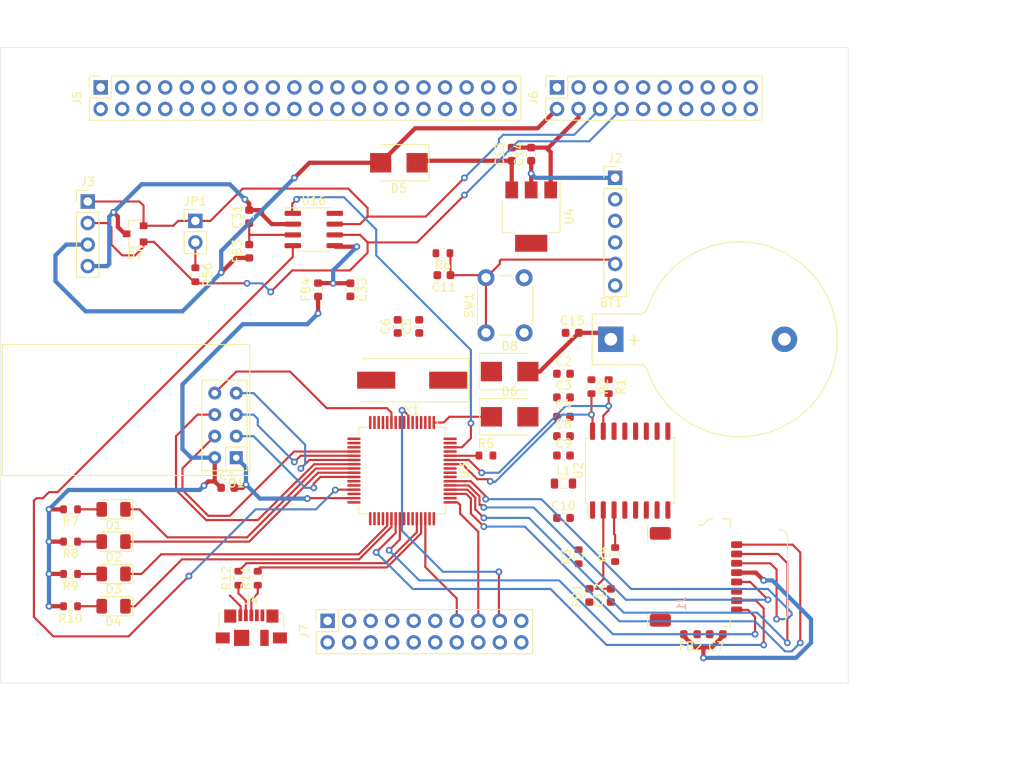
<source format=kicad_pcb>
(kicad_pcb (version 20171130) (host pcbnew "(5.1.12)-1")
  (layers (0 F.Cu signal) (31 B.Cu signal) (34 B.Paste user) (35 F.Paste user) (36 B.SilkS user) (37 F.SilkS user) (38 B.Mask user) (39 F.Mask user) (44 Edge.Cuts user))
  (net 0 "")
  (net 1 GND)
  (net 2 +3V3)
  (net 3 /NRF24_IRQ)
  (net 4 /NRF24_MISO)
  (net 5 /NRF24_MOSI)
  (net 6 /NRF24_SCK)
  (net 7 /NRF24_CSN)
  (net 8 /NRF24_CE)
  (net 9 +BATT)
  (net 10 "Net-(C5-Pad1)")
  (net 11 "Net-(C6-Pad1)")
  (net 12 /SD_card/+3V3_SD)
  (net 13 "Net-(C10-Pad2)")
  (net 14 /NRST)
  (net 15 /+VCC_RTC)
  (net 16 +5VD)
  (net 17 /CAN/+5V_CAN_VDD)
  (net 18 /CAN/+3V3_VIO)
  (net 19 "Net-(D1-Pad2)")
  (net 20 /LED_1)
  (net 21 "Net-(D2-Pad2)")
  (net 22 /LED_2)
  (net 23 "Net-(D3-Pad2)")
  (net 24 /LED_3)
  (net 25 "Net-(D4-Pad2)")
  (net 26 /LED_4)
  (net 27 +5V)
  (net 28 "Net-(D6-Pad1)")
  (net 29 /CAN+)
  (net 30 /CAN-)
  (net 31 /SDMMC1_D1)
  (net 32 /SDMMC1_D0)
  (net 33 /SDMMC1_CK)
  (net 34 /SDMMC1_CMD)
  (net 35 /SDMMC1_D3)
  (net 36 /SDMMC1_D2)
  (net 37 "Net-(J2-Pad6)")
  (net 38 /SW_DIO)
  (net 39 /SW_CLK)
  (net 40 "Net-(J4-Pad4)")
  (net 41 "Net-(J4-Pad3)")
  (net 42 "Net-(J4-Pad2)")
  (net 43 /Przedni_box/SIG_APPS2)
  (net 44 /Przedni_box/TIM_IN1)
  (net 45 /Przedni_box/SIG_APPS1)
  (net 46 /Przedni_box/TIM_IN0)
  (net 47 /Przedni_box/S36)
  (net 48 /Przedni_box/K_OUTPUT2)
  (net 49 /Przedni_box/OVERTRAVEL)
  (net 50 /Przedni_box/K_OUTPUT1)
  (net 51 /Przedni_box/INERTIA)
  (net 52 /Przedni_box/K_OUTPUT0)
  (net 53 /Przedni_box/KILL_LEWY)
  (net 54 /Przedni_box/K_ANALOG0)
  (net 55 /Przedni_box/KILL_PRAWY)
  (net 56 /Przedni_box/S27)
  (net 57 /Przedni_box/KILL_KIERA)
  (net 58 /Przedni_box/S25)
  (net 59 /Przedni_box/TEMP1)
  (net 60 /Przedni_box/S23)
  (net 61 /Przedni_box/WHEELSPEED2)
  (net 62 /Przedni_box/S21)
  (net 63 /Przedni_box/WHEELSPEED1)
  (net 64 /Przedni_box/S19)
  (net 65 /Przedni_box/POT_ZAWIAS2)
  (net 66 /Przedni_box/S17)
  (net 67 /Przedni_box/POT_ZAWIAS_1)
  (net 68 /Przedni_box/S15)
  (net 69 /Przedni_box/BRAKE_PRESSURE2)
  (net 70 "Net-(J5-Pad13)")
  (net 71 /Przedni_box/BRAKE_PRESSURE1)
  (net 72 "Net-(J5-Pad11)")
  (net 73 /Przedni_box/SAFE-OUT)
  (net 74 "Net-(J5-Pad9)")
  (net 75 /Przedni_box/SAFE-IN)
  (net 76 "Net-(J5-Pad7)")
  (net 77 /Przedni_box/BSPD-CURRENT)
  (net 78 "Net-(J5-Pad5)")
  (net 79 /Przedni_box/PITOT2)
  (net 80 "Net-(J5-Pad3)")
  (net 81 /Przedni_box/PITOT1)
  (net 82 "Net-(J5-Pad1)")
  (net 83 "Net-(J6-Pad16)")
  (net 84 "Net-(J6-Pad15)")
  (net 85 /Przedni_box/Z14)
  (net 86 /Przedni_box/Z13)
  (net 87 /Przedni_box/Z12)
  (net 88 /Przedni_box/Z11)
  (net 89 /Przedni_box/Z10)
  (net 90 /Przedni_box/Z9)
  (net 91 /Przedni_box/+24F3)
  (net 92 /Przedni_box/+24F2)
  (net 93 /Przedni_box/+24F1)
  (net 94 "Net-(J7-Pad20)")
  (net 95 "Net-(J7-Pad19)")
  (net 96 "Net-(J7-Pad18)")
  (net 97 "Net-(J7-Pad16)")
  (net 98 "Net-(J7-Pad14)")
  (net 99 /Przedni_box/RST5)
  (net 100 /Przedni_box/RST2)
  (net 101 /Przedni_box/CLK5)
  (net 102 /Przedni_box/CLK2)
  (net 103 /Przedni_box/SWD5)
  (net 104 /Przedni_box/SWD2)
  (net 105 /Przedni_box/RST4)
  (net 106 /Przedni_box/RST1)
  (net 107 /Przedni_box/CLK4)
  (net 108 /Przedni_box/CLK1)
  (net 109 /Przedni_box/SWD4)
  (net 110 /Przedni_box/SWD1)
  (net 111 "Net-(JP1-Pad2)")
  (net 112 /I2C1_SDA)
  (net 113 /I2C1_SCL)
  (net 114 "Net-(R3-Pad2)")
  (net 115 "Net-(R4-Pad2)")
  (net 116 "Net-(R5-Pad1)")
  (net 117 /USB_DP)
  (net 118 /USB_DM)
  (net 119 "Net-(U2-Pad4)")
  (net 120 /CAN_TX)
  (net 121 "Net-(U3-Pad61)")
  (net 122 "Net-(U3-Pad57)")
  (net 123 "Net-(U3-Pad56)")
  (net 124 "Net-(U3-Pad55)")
  (net 125 "Net-(U3-Pad50)")
  (net 126 "Net-(U3-Pad43)")
  (net 127 "Net-(U3-Pad42)")
  (net 128 "Net-(U3-Pad41)")
  (net 129 "Net-(U3-Pad36)")
  (net 130 "Net-(U3-Pad35)")
  (net 131 "Net-(U3-Pad34)")
  (net 132 "Net-(U3-Pad33)")
  (net 133 "Net-(U3-Pad30)")
  (net 134 /CAN_RX)
  (net 135 "Net-(U3-Pad28)")
  (net 136 "Net-(U3-Pad27)")
  (net 137 "Net-(U3-Pad17)")
  (net 138 "Net-(U3-Pad16)")
  (net 139 "Net-(U3-Pad15)")
  (net 140 "Net-(U3-Pad14)")
  (net 141 "Net-(U3-Pad10)")
  (net 142 "Net-(U3-Pad9)")
  (net 143 "Net-(U3-Pad8)")
  (net 144 "Net-(U3-Pad4)")
  (net 145 "Net-(U3-Pad3)")
  (net 146 "Net-(U3-Pad2)")
  (module Resistor_SMD:R_0603_1608Metric (layer F.Cu) (at 107.95 121.92 180)
    (fp_text reference R10 (at 0 -1.43) (layer F.SilkS))
    (fp_text value 470R)
    (pad 2 smd roundrect (at 0.825 0 180) (size 0.8 0.95) (layers F.Cu F.Paste F.Mask) (net 2 +3V3))
    (pad 1 smd roundrect (at -0.825 0 180) (size 0.8 0.95) (layers F.Cu F.Paste F.Mask) (net 25 "Net-(D4-Pad2)"))
  )
  (module Resistor_SMD:R_0603_1608Metric (layer F.Cu) (at 107.95 118.11 180)
    (fp_text reference R9 (at 0 -1.43) (layer F.SilkS))
    (fp_text value 470R)
    (pad 2 smd roundrect (at 0.825 0 180) (size 0.8 0.95) (layers F.Cu F.Paste F.Mask) (net 2 +3V3))
    (pad 1 smd roundrect (at -0.825 0 180) (size 0.8 0.95) (layers F.Cu F.Paste F.Mask) (net 23 "Net-(D3-Pad2)"))
  )
  (module Resistor_SMD:R_0603_1608Metric (layer F.Cu) (at 107.95 114.3 180)
    (fp_text reference R8 (at 0 -1.43) (layer F.SilkS))
    (fp_text value 470R)
    (pad 2 smd roundrect (at 0.825 0 180) (size 0.8 0.95) (layers F.Cu F.Paste F.Mask) (net 2 +3V3))
    (pad 1 smd roundrect (at -0.825 0 180) (size 0.8 0.95) (layers F.Cu F.Paste F.Mask) (net 21 "Net-(D2-Pad2)"))
  )
  (module Resistor_SMD:R_0603_1608Metric (layer F.Cu) (at 107.95 110.49 180)
    (fp_text reference R7 (at 0 -1.43) (layer F.SilkS))
    (fp_text value 470R)
    (pad 2 smd roundrect (at 0.825 0 180) (size 0.8 0.95) (layers F.Cu F.Paste F.Mask) (net 2 +3V3))
    (pad 1 smd roundrect (at -0.825 0 180) (size 0.8 0.95) (layers F.Cu F.Paste F.Mask) (net 19 "Net-(D1-Pad2)"))
  )
  (module LED_SMD:LED_1206_3216Metric (layer F.Cu) (at 113.03 121.92 180)
    (fp_text reference D4 (at 0 -1.82) (layer F.SilkS))
    (fp_text value LED)
    (pad 2 smd roundrect (at 1.4 0 180) (size 1.25 1.75) (layers F.Cu F.Paste F.Mask) (roundrect_rratio 0.2) (net 25 "Net-(D4-Pad2)"))
    (pad 1 smd roundrect (at -1.4 0 180) (size 1.25 1.75) (layers F.Cu F.Paste F.Mask) (roundrect_rratio 0.2) (net 26 /LED_4))
  )
  (module LED_SMD:LED_1206_3216Metric (layer F.Cu) (at 113.03 118.11 180)
    (fp_text reference D3 (at 0 -1.82) (layer F.SilkS))
    (fp_text value LED)
    (pad 2 smd roundrect (at 1.4 0 180) (size 1.25 1.75) (layers F.Cu F.Paste F.Mask) (roundrect_rratio 0.2) (net 23 "Net-(D3-Pad2)"))
    (pad 1 smd roundrect (at -1.4 0 180) (size 1.25 1.75) (layers F.Cu F.Paste F.Mask) (roundrect_rratio 0.2) (net 24 /LED_3))
  )
  (module LED_SMD:LED_1206_3216Metric (layer F.Cu) (at 113.03 114.3 180)
    (fp_text reference D2 (at 0 -1.82) (layer F.SilkS))
    (fp_text value LED)
    (pad 2 smd roundrect (at 1.4 0 180) (size 1.25 1.75) (layers F.Cu F.Paste F.Mask) (roundrect_rratio 0.2) (net 21 "Net-(D2-Pad2)"))
    (pad 1 smd roundrect (at -1.4 0 180) (size 1.25 1.75) (layers F.Cu F.Paste F.Mask) (roundrect_rratio 0.2) (net 22 /LED_2))
  )
  (module LED_SMD:LED_1206_3216Metric (layer F.Cu) (at 113.03 110.49 180)
    (fp_text reference D1 (at 0 -1.82) (layer F.SilkS))
    (fp_text value LED)
    (pad 2 smd roundrect (at 1.4 0 180) (size 1.25 1.75) (layers F.Cu F.Paste F.Mask) (roundrect_rratio 0.2) (net 19 "Net-(D1-Pad2)"))
    (pad 1 smd roundrect (at -1.4 0 180) (size 1.25 1.75) (layers F.Cu F.Paste F.Mask) (roundrect_rratio 0.2) (net 20 /LED_1))
  )
  (module Connector_PinSocket_2.54mm:PinSocket_2x10_P2.54mm_Vertical (layer F.Cu) (at 138.284 123.648 90)
    (fp_text reference J7 (at -1.27 -2.77 90) (layer F.SilkS))
    (fp_text value Diagnostyka)
    (pad 20 thru_hole oval (at -2.54 22.86 90) (size 1.7 1.7) (drill 1) (layers *.Cu *.Mask) (net 94 "Net-(J7-Pad20)"))
    (pad 19 thru_hole oval (at 0 22.86 90) (size 1.7 1.7) (drill 1) (layers *.Cu *.Mask) (net 95 "Net-(J7-Pad19)"))
    (pad 18 thru_hole oval (at -2.54 20.32 90) (size 1.7 1.7) (drill 1) (layers *.Cu *.Mask) (net 96 "Net-(J7-Pad18)"))
    (pad 17 thru_hole oval (at 0 20.32 90) (size 1.7 1.7) (drill 1) (layers *.Cu *.Mask) (net 14 /NRST))
    (pad 16 thru_hole oval (at -2.54 17.78 90) (size 1.7 1.7) (drill 1) (layers *.Cu *.Mask) (net 97 "Net-(J7-Pad16)"))
    (pad 15 thru_hole oval (at 0 17.78 90) (size 1.7 1.7) (drill 1) (layers *.Cu *.Mask) (net 39 /SW_CLK))
    (pad 14 thru_hole oval (at -2.54 15.24 90) (size 1.7 1.7) (drill 1) (layers *.Cu *.Mask) (net 98 "Net-(J7-Pad14)"))
    (pad 13 thru_hole oval (at 0 15.24 90) (size 1.7 1.7) (drill 1) (layers *.Cu *.Mask) (net 38 /SW_DIO))
    (pad 12 thru_hole oval (at -2.54 12.7 90) (size 1.7 1.7) (drill 1) (layers *.Cu *.Mask) (net 99 /Przedni_box/RST5))
    (pad 11 thru_hole oval (at 0 12.7 90) (size 1.7 1.7) (drill 1) (layers *.Cu *.Mask) (net 100 /Przedni_box/RST2))
    (pad 10 thru_hole oval (at -2.54 10.16 90) (size 1.7 1.7) (drill 1) (layers *.Cu *.Mask) (net 101 /Przedni_box/CLK5))
    (pad 9 thru_hole oval (at 0 10.16 90) (size 1.7 1.7) (drill 1) (layers *.Cu *.Mask) (net 102 /Przedni_box/CLK2))
    (pad 8 thru_hole oval (at -2.54 7.62 90) (size 1.7 1.7) (drill 1) (layers *.Cu *.Mask) (net 103 /Przedni_box/SWD5))
    (pad 7 thru_hole oval (at 0 7.62 90) (size 1.7 1.7) (drill 1) (layers *.Cu *.Mask) (net 104 /Przedni_box/SWD2))
    (pad 6 thru_hole oval (at -2.54 5.08 90) (size 1.7 1.7) (drill 1) (layers *.Cu *.Mask) (net 105 /Przedni_box/RST4))
    (pad 5 thru_hole oval (at 0 5.08 90) (size 1.7 1.7) (drill 1) (layers *.Cu *.Mask) (net 106 /Przedni_box/RST1))
    (pad 4 thru_hole oval (at -2.54 2.54 90) (size 1.7 1.7) (drill 1) (layers *.Cu *.Mask) (net 107 /Przedni_box/CLK4))
    (pad 3 thru_hole oval (at 0 2.54 90) (size 1.7 1.7) (drill 1) (layers *.Cu *.Mask) (net 108 /Przedni_box/CLK1))
    (pad 2 thru_hole oval (at -2.54 0 90) (size 1.7 1.7) (drill 1) (layers *.Cu *.Mask) (net 109 /Przedni_box/SWD4))
    (pad 1 thru_hole rect (at 0 0 90) (size 1.7 1.7) (drill 1) (layers *.Cu *.Mask) (net 110 /Przedni_box/SWD1))
  )
  (module Crystal:Crystal_SMD_HC49-SD (layer F.Cu) (at 148.268 95.25 180)
    (fp_text reference Y1 (at 0 -3.55) (layer F.SilkS))
    (fp_text value 16MHz)
    (pad 2 smd rect (at 4.25 0 180) (size 4.5 2) (layers F.Cu F.Paste F.Mask) (net 11 "Net-(C6-Pad1)"))
    (pad 1 smd rect (at -4.25 0 180) (size 4.5 2) (layers F.Cu F.Paste F.Mask) (net 10 "Net-(C5-Pad1)"))
  )
  (module Package_SO:SOIC-8_3.9x4.9mm_P1.27mm (layer F.Cu) (at 136.652 77.47)
    (fp_text reference U16 (at 0 -3.4) (layer F.SilkS))
    (fp_text value ATA6561-GAQW-N)
    (pad 8 smd roundrect (at 2.475 -1.905) (size 1.95 0.6) (layers F.Cu F.Paste F.Mask) (net 1 GND))
    (pad 7 smd roundrect (at 2.475 -0.635) (size 1.95 0.6) (layers F.Cu F.Paste F.Mask) (net 29 /CAN+))
    (pad 6 smd roundrect (at 2.475 0.635) (size 1.95 0.6) (layers F.Cu F.Paste F.Mask) (net 30 /CAN-))
    (pad 5 smd roundrect (at 2.475 1.905) (size 1.95 0.6) (layers F.Cu F.Paste F.Mask) (net 18 /CAN/+3V3_VIO))
    (pad 4 smd roundrect (at -2.475 1.905) (size 1.95 0.6) (layers F.Cu F.Paste F.Mask) (net 134 /CAN_RX))
    (pad 3 smd roundrect (at -2.475 0.635) (size 1.95 0.6) (layers F.Cu F.Paste F.Mask) (net 17 /CAN/+5V_CAN_VDD))
    (pad 2 smd roundrect (at -2.475 -0.635) (size 1.95 0.6) (layers F.Cu F.Paste F.Mask) (net 1 GND))
    (pad 1 smd roundrect (at -2.475 -1.905) (size 1.95 0.6) (layers F.Cu F.Paste F.Mask) (net 120 /CAN_TX))
  )
  (module Package_TO_SOT_SMD:SOT-223 (layer F.Cu) (at 162.306 75.946 270)
    (fp_text reference U4 (at 0 -4.5 90) (layer F.SilkS))
    (fp_text value LM1117-3.3)
    (pad 1 smd rect (at -3.15 -2.3 270) (size 2 1.5) (layers F.Cu F.Paste F.Mask) (net 1 GND))
    (pad 3 smd rect (at -3.15 2.3 270) (size 2 1.5) (layers F.Cu F.Paste F.Mask) (net 16 +5VD))
    (pad 2 smd rect (at -3.15 0 270) (size 2 1.5) (layers F.Cu F.Paste F.Mask) (net 2 +3V3))
    (pad 4 smd rect (at 3.15 0 270) (size 2 3.8) (layers F.Cu F.Paste F.Mask))
  )
  (module Package_QFP:LQFP-64_10x10mm_P0.5mm (layer F.Cu) (at 147.066 105.918 270)
    (fp_text reference U3 (at 0 -7.4 90) (layer F.SilkS))
    (fp_text value STM32L4P5RET6)
    (pad 64 smd roundrect (at -3.75 -5.675 270) (size 0.3 1.55) (layers F.Cu F.Paste F.Mask) (net 13 "Net-(C10-Pad2)"))
    (pad 63 smd roundrect (at -3.25 -5.675 270) (size 0.3 1.55) (layers F.Cu F.Paste F.Mask) (net 1 GND))
    (pad 62 smd roundrect (at -2.75 -5.675 270) (size 0.3 1.55) (layers F.Cu F.Paste F.Mask) (net 120 /CAN_TX))
    (pad 61 smd roundrect (at -2.25 -5.675 270) (size 0.3 1.55) (layers F.Cu F.Paste F.Mask) (net 121 "Net-(U3-Pad61)"))
    (pad 60 smd roundrect (at -1.75 -5.675 270) (size 0.3 1.55) (layers F.Cu F.Paste F.Mask) (net 116 "Net-(R5-Pad1)"))
    (pad 59 smd roundrect (at -1.25 -5.675 270) (size 0.3 1.55) (layers F.Cu F.Paste F.Mask) (net 112 /I2C1_SDA))
    (pad 58 smd roundrect (at -0.75 -5.675 270) (size 0.3 1.55) (layers F.Cu F.Paste F.Mask) (net 113 /I2C1_SCL))
    (pad 57 smd roundrect (at -0.25 -5.675 270) (size 0.3 1.55) (layers F.Cu F.Paste F.Mask) (net 122 "Net-(U3-Pad57)"))
    (pad 56 smd roundrect (at 0.25 -5.675 270) (size 0.3 1.55) (layers F.Cu F.Paste F.Mask) (net 123 "Net-(U3-Pad56)"))
    (pad 55 smd roundrect (at 0.75 -5.675 270) (size 0.3 1.55) (layers F.Cu F.Paste F.Mask) (net 124 "Net-(U3-Pad55)"))
    (pad 54 smd roundrect (at 1.25 -5.675 270) (size 0.3 1.55) (layers F.Cu F.Paste F.Mask) (net 34 /SDMMC1_CMD))
    (pad 53 smd roundrect (at 1.75 -5.675 270) (size 0.3 1.55) (layers F.Cu F.Paste F.Mask) (net 33 /SDMMC1_CK))
    (pad 52 smd roundrect (at 2.25 -5.675 270) (size 0.3 1.55) (layers F.Cu F.Paste F.Mask) (net 35 /SDMMC1_D3))
    (pad 51 smd roundrect (at 2.75 -5.675 270) (size 0.3 1.55) (layers F.Cu F.Paste F.Mask) (net 36 /SDMMC1_D2))
    (pad 50 smd roundrect (at 3.25 -5.675 270) (size 0.3 1.55) (layers F.Cu F.Paste F.Mask) (net 125 "Net-(U3-Pad50)"))
    (pad 49 smd roundrect (at 3.75 -5.675 270) (size 0.3 1.55) (layers F.Cu F.Paste F.Mask) (net 39 /SW_CLK))
    (pad 48 smd roundrect (at 5.675 -3.75 270) (size 1.55 0.3) (layers F.Cu F.Paste F.Mask) (net 13 "Net-(C10-Pad2)"))
    (pad 47 smd roundrect (at 5.675 -3.25 270) (size 1.55 0.3) (layers F.Cu F.Paste F.Mask) (net 1 GND))
    (pad 46 smd roundrect (at 5.675 -2.75 270) (size 1.55 0.3) (layers F.Cu F.Paste F.Mask) (net 38 /SW_DIO))
    (pad 45 smd roundrect (at 5.675 -2.25 270) (size 1.55 0.3) (layers F.Cu F.Paste F.Mask) (net 117 /USB_DP))
    (pad 44 smd roundrect (at 5.675 -1.75 270) (size 1.55 0.3) (layers F.Cu F.Paste F.Mask) (net 118 /USB_DM))
    (pad 43 smd roundrect (at 5.675 -1.25 270) (size 1.55 0.3) (layers F.Cu F.Paste F.Mask) (net 126 "Net-(U3-Pad43)"))
    (pad 42 smd roundrect (at 5.675 -0.75 270) (size 1.55 0.3) (layers F.Cu F.Paste F.Mask) (net 127 "Net-(U3-Pad42)"))
    (pad 41 smd roundrect (at 5.675 -0.25 270) (size 1.55 0.3) (layers F.Cu F.Paste F.Mask) (net 128 "Net-(U3-Pad41)"))
    (pad 40 smd roundrect (at 5.675 0.25 270) (size 1.55 0.3) (layers F.Cu F.Paste F.Mask) (net 31 /SDMMC1_D1))
    (pad 39 smd roundrect (at 5.675 0.75 270) (size 1.55 0.3) (layers F.Cu F.Paste F.Mask) (net 32 /SDMMC1_D0))
    (pad 38 smd roundrect (at 5.675 1.25 270) (size 1.55 0.3) (layers F.Cu F.Paste F.Mask) (net 26 /LED_4))
    (pad 37 smd roundrect (at 5.675 1.75 270) (size 1.55 0.3) (layers F.Cu F.Paste F.Mask) (net 24 /LED_3))
    (pad 36 smd roundrect (at 5.675 2.25 270) (size 1.55 0.3) (layers F.Cu F.Paste F.Mask) (net 129 "Net-(U3-Pad36)"))
    (pad 35 smd roundrect (at 5.675 2.75 270) (size 1.55 0.3) (layers F.Cu F.Paste F.Mask) (net 130 "Net-(U3-Pad35)"))
    (pad 34 smd roundrect (at 5.675 3.25 270) (size 1.55 0.3) (layers F.Cu F.Paste F.Mask) (net 131 "Net-(U3-Pad34)"))
    (pad 33 smd roundrect (at 5.675 3.75 270) (size 1.55 0.3) (layers F.Cu F.Paste F.Mask) (net 132 "Net-(U3-Pad33)"))
    (pad 32 smd roundrect (at 3.75 5.675 270) (size 0.3 1.55) (layers F.Cu F.Paste F.Mask) (net 13 "Net-(C10-Pad2)"))
    (pad 31 smd roundrect (at 3.25 5.675 270) (size 0.3 1.55) (layers F.Cu F.Paste F.Mask) (net 1 GND))
    (pad 30 smd roundrect (at 2.75 5.675 270) (size 0.3 1.55) (layers F.Cu F.Paste F.Mask) (net 133 "Net-(U3-Pad30)"))
    (pad 29 smd roundrect (at 2.25 5.675 270) (size 0.3 1.55) (layers F.Cu F.Paste F.Mask) (net 134 /CAN_RX))
    (pad 28 smd roundrect (at 1.75 5.675 270) (size 0.3 1.55) (layers F.Cu F.Paste F.Mask) (net 135 "Net-(U3-Pad28)"))
    (pad 27 smd roundrect (at 1.25 5.675 270) (size 0.3 1.55) (layers F.Cu F.Paste F.Mask) (net 136 "Net-(U3-Pad27)"))
    (pad 26 smd roundrect (at 0.75 5.675 270) (size 0.3 1.55) (layers F.Cu F.Paste F.Mask) (net 8 /NRF24_CE))
    (pad 25 smd roundrect (at 0.25 5.675 270) (size 0.3 1.55) (layers F.Cu F.Paste F.Mask) (net 22 /LED_2))
    (pad 24 smd roundrect (at -0.25 5.675 270) (size 0.3 1.55) (layers F.Cu F.Paste F.Mask) (net 20 /LED_1))
    (pad 23 smd roundrect (at -0.75 5.675 270) (size 0.3 1.55) (layers F.Cu F.Paste F.Mask) (net 5 /NRF24_MOSI))
    (pad 22 smd roundrect (at -1.25 5.675 270) (size 0.3 1.55) (layers F.Cu F.Paste F.Mask) (net 4 /NRF24_MISO))
    (pad 21 smd roundrect (at -1.75 5.675 270) (size 0.3 1.55) (layers F.Cu F.Paste F.Mask) (net 6 /NRF24_SCK))
    (pad 20 smd roundrect (at -2.25 5.675 270) (size 0.3 1.55) (layers F.Cu F.Paste F.Mask) (net 7 /NRF24_CSN))
    (pad 19 smd roundrect (at -2.75 5.675 270) (size 0.3 1.55) (layers F.Cu F.Paste F.Mask) (net 13 "Net-(C10-Pad2)"))
    (pad 18 smd roundrect (at -3.25 5.675 270) (size 0.3 1.55) (layers F.Cu F.Paste F.Mask) (net 1 GND))
    (pad 17 smd roundrect (at -3.75 5.675 270) (size 0.3 1.55) (layers F.Cu F.Paste F.Mask) (net 137 "Net-(U3-Pad17)"))
    (pad 16 smd roundrect (at -5.675 3.75 270) (size 1.55 0.3) (layers F.Cu F.Paste F.Mask) (net 138 "Net-(U3-Pad16)"))
    (pad 15 smd roundrect (at -5.675 3.25 270) (size 1.55 0.3) (layers F.Cu F.Paste F.Mask) (net 139 "Net-(U3-Pad15)"))
    (pad 14 smd roundrect (at -5.675 2.75 270) (size 1.55 0.3) (layers F.Cu F.Paste F.Mask) (net 140 "Net-(U3-Pad14)"))
    (pad 13 smd roundrect (at -5.675 2.25 270) (size 1.55 0.3) (layers F.Cu F.Paste F.Mask) (net 13 "Net-(C10-Pad2)"))
    (pad 12 smd roundrect (at -5.675 1.75 270) (size 1.55 0.3) (layers F.Cu F.Paste F.Mask) (net 1 GND))
    (pad 11 smd roundrect (at -5.675 1.25 270) (size 1.55 0.3) (layers F.Cu F.Paste F.Mask) (net 3 /NRF24_IRQ))
    (pad 10 smd roundrect (at -5.675 0.75 270) (size 1.55 0.3) (layers F.Cu F.Paste F.Mask) (net 141 "Net-(U3-Pad10)"))
    (pad 9 smd roundrect (at -5.675 0.25 270) (size 1.55 0.3) (layers F.Cu F.Paste F.Mask) (net 142 "Net-(U3-Pad9)"))
    (pad 8 smd roundrect (at -5.675 -0.25 270) (size 1.55 0.3) (layers F.Cu F.Paste F.Mask) (net 143 "Net-(U3-Pad8)"))
    (pad 7 smd roundrect (at -5.675 -0.75 270) (size 1.55 0.3) (layers F.Cu F.Paste F.Mask) (net 14 /NRST))
    (pad 6 smd roundrect (at -5.675 -1.25 270) (size 1.55 0.3) (layers F.Cu F.Paste F.Mask) (net 11 "Net-(C6-Pad1)"))
    (pad 5 smd roundrect (at -5.675 -1.75 270) (size 1.55 0.3) (layers F.Cu F.Paste F.Mask) (net 10 "Net-(C5-Pad1)"))
    (pad 4 smd roundrect (at -5.675 -2.25 270) (size 1.55 0.3) (layers F.Cu F.Paste F.Mask) (net 144 "Net-(U3-Pad4)"))
    (pad 3 smd roundrect (at -5.675 -2.75 270) (size 1.55 0.3) (layers F.Cu F.Paste F.Mask) (net 145 "Net-(U3-Pad3)"))
    (pad 2 smd roundrect (at -5.675 -3.25 270) (size 1.55 0.3) (layers F.Cu F.Paste F.Mask) (net 146 "Net-(U3-Pad2)"))
    (pad 1 smd roundrect (at -5.675 -3.75 270) (size 1.55 0.3) (layers F.Cu F.Paste F.Mask) (net 28 "Net-(D6-Pad1)"))
  )
  (module Package_SO:SOIC-16W_7.5x10.3mm_P1.27mm (layer F.Cu) (at 173.99 105.918 90)
    (fp_text reference U2 (at 0 -6.1 90) (layer F.SilkS))
    (fp_text value DS3231M)
    (pad 16 smd roundrect (at 4.65 -4.445 90) (size 2.05 0.6) (layers F.Cu F.Paste F.Mask) (net 113 /I2C1_SCL))
    (pad 15 smd roundrect (at 4.65 -3.175 90) (size 2.05 0.6) (layers F.Cu F.Paste F.Mask) (net 112 /I2C1_SDA))
    (pad 14 smd roundrect (at 4.65 -1.905 90) (size 2.05 0.6) (layers F.Cu F.Paste F.Mask) (net 9 +BATT))
    (pad 13 smd roundrect (at 4.65 -0.635 90) (size 2.05 0.6) (layers F.Cu F.Paste F.Mask) (net 1 GND))
    (pad 12 smd roundrect (at 4.65 0.635 90) (size 2.05 0.6) (layers F.Cu F.Paste F.Mask) (net 1 GND))
    (pad 11 smd roundrect (at 4.65 1.905 90) (size 2.05 0.6) (layers F.Cu F.Paste F.Mask) (net 1 GND))
    (pad 10 smd roundrect (at 4.65 3.175 90) (size 2.05 0.6) (layers F.Cu F.Paste F.Mask) (net 1 GND))
    (pad 9 smd roundrect (at 4.65 4.445 90) (size 2.05 0.6) (layers F.Cu F.Paste F.Mask) (net 1 GND))
    (pad 8 smd roundrect (at -4.65 4.445 90) (size 2.05 0.6) (layers F.Cu F.Paste F.Mask) (net 1 GND))
    (pad 7 smd roundrect (at -4.65 3.175 90) (size 2.05 0.6) (layers F.Cu F.Paste F.Mask) (net 1 GND))
    (pad 6 smd roundrect (at -4.65 1.905 90) (size 2.05 0.6) (layers F.Cu F.Paste F.Mask) (net 1 GND))
    (pad 5 smd roundrect (at -4.65 0.635 90) (size 2.05 0.6) (layers F.Cu F.Paste F.Mask) (net 1 GND))
    (pad 4 smd roundrect (at -4.65 -0.635 90) (size 2.05 0.6) (layers F.Cu F.Paste F.Mask) (net 119 "Net-(U2-Pad4)"))
    (pad 3 smd roundrect (at -4.65 -1.905 90) (size 2.05 0.6) (layers F.Cu F.Paste F.Mask) (net 115 "Net-(R4-Pad2)"))
    (pad 2 smd roundrect (at -4.65 -3.175 90) (size 2.05 0.6) (layers F.Cu F.Paste F.Mask) (net 15 /+VCC_RTC))
    (pad 1 smd roundrect (at -4.65 -4.445 90) (size 2.05 0.6) (layers F.Cu F.Paste F.Mask) (net 114 "Net-(R3-Pad2)"))
  )
  (module Button_Switch_THT:SW_PUSH_6mm (layer F.Cu) (at 156.972 89.662 90)
    (fp_text reference SW1 (at 3.25 -2 90) (layer F.SilkS))
    (fp_text value SW_Push)
    (pad 1 thru_hole circle (at 6.5 0 180) (size 2 2) (drill 1.1) (layers *.Cu *.Mask) (net 14 /NRST))
    (pad 2 thru_hole circle (at 6.5 4.5 180) (size 2 2) (drill 1.1) (layers *.Cu *.Mask) (net 1 GND))
    (pad 1 thru_hole circle (at 0 0 180) (size 2 2) (drill 1.1) (layers *.Cu *.Mask) (net 14 /NRST))
    (pad 2 thru_hole circle (at 0 4.5 180) (size 2 2) (drill 1.1) (layers *.Cu *.Mask) (net 1 GND))
  )
  (module Resistor_SMD:R_0603_1608Metric (layer F.Cu) (at 122.682 82.804 270)
    (fp_text reference R56 (at 0 -1.43 90) (layer F.SilkS))
    (fp_text value 120R)
    (pad 2 smd roundrect (at 0.825 0 270) (size 0.8 0.95) (layers F.Cu F.Paste F.Mask) (net 30 /CAN-))
    (pad 1 smd roundrect (at -0.825 0 270) (size 0.8 0.95) (layers F.Cu F.Paste F.Mask) (net 111 "Net-(JP1-Pad2)"))
  )
  (module Resistor_SMD:R_0603_1608Metric (layer F.Cu) (at 127.762 118.618 90)
    (fp_text reference R12 (at 0 -1.43 90) (layer F.SilkS))
    (fp_text value 30R)
    (pad 2 smd roundrect (at 0.825 0 90) (size 0.8 0.95) (layers F.Cu F.Paste F.Mask) (net 118 /USB_DM))
    (pad 1 smd roundrect (at -0.825 0 90) (size 0.8 0.95) (layers F.Cu F.Paste F.Mask) (net 42 "Net-(J4-Pad2)"))
  )
  (module Resistor_SMD:R_0603_1608Metric (layer F.Cu) (at 130.048 118.618 90)
    (fp_text reference R11 (at 0 -1.43 90) (layer F.SilkS))
    (fp_text value 30R)
    (pad 2 smd roundrect (at 0.825 0 90) (size 0.8 0.95) (layers F.Cu F.Paste F.Mask) (net 117 /USB_DP))
    (pad 1 smd roundrect (at -0.825 0 90) (size 0.8 0.95) (layers F.Cu F.Paste F.Mask) (net 41 "Net-(J4-Pad3)"))
  )
  (module Resistor_SMD:R_0603_1608Metric (layer F.Cu) (at 151.892 80.264 180)
    (fp_text reference R6 (at 0 -1.43) (layer F.SilkS))
    (fp_text value 100kR)
    (pad 2 smd roundrect (at 0.825 0 180) (size 0.8 0.95) (layers F.Cu F.Paste F.Mask) (net 2 +3V3))
    (pad 1 smd roundrect (at -0.825 0 180) (size 0.8 0.95) (layers F.Cu F.Paste F.Mask) (net 14 /NRST))
  )
  (module Resistor_SMD:R_0603_1608Metric (layer F.Cu) (at 156.972 104.14)
    (fp_text reference R5 (at 0 -1.43) (layer F.SilkS))
    (fp_text value 100kR)
    (pad 2 smd roundrect (at 0.825 0) (size 0.8 0.95) (layers F.Cu F.Paste F.Mask) (net 1 GND))
    (pad 1 smd roundrect (at -0.825 0) (size 0.8 0.95) (layers F.Cu F.Paste F.Mask) (net 116 "Net-(R5-Pad1)"))
  )
  (module Resistor_SMD:R_0603_1608Metric (layer F.Cu) (at 172.212 115.824 90)
    (fp_text reference R4 (at 0 -1.43 90) (layer F.SilkS))
    (fp_text value 10kR)
    (pad 2 smd roundrect (at 0.825 0 90) (size 0.8 0.95) (layers F.Cu F.Paste F.Mask) (net 115 "Net-(R4-Pad2)"))
    (pad 1 smd roundrect (at -0.825 0 90) (size 0.8 0.95) (layers F.Cu F.Paste F.Mask) (net 2 +3V3))
  )
  (module Resistor_SMD:R_0603_1608Metric (layer F.Cu) (at 167.894 116.078 90)
    (fp_text reference R3 (at 0 -1.43 90) (layer F.SilkS))
    (fp_text value 10kR)
    (pad 2 smd roundrect (at 0.825 0 90) (size 0.8 0.95) (layers F.Cu F.Paste F.Mask) (net 114 "Net-(R3-Pad2)"))
    (pad 1 smd roundrect (at -0.825 0 90) (size 0.8 0.95) (layers F.Cu F.Paste F.Mask) (net 2 +3V3))
  )
  (module Resistor_SMD:R_0603_1608Metric (layer F.Cu) (at 169.418 96.012 270)
    (fp_text reference R2 (at 0 -1.43 90) (layer F.SilkS))
    (fp_text value 4.7kR)
    (pad 2 smd roundrect (at 0.825 0 270) (size 0.8 0.95) (layers F.Cu F.Paste F.Mask) (net 113 /I2C1_SCL))
    (pad 1 smd roundrect (at -0.825 0 270) (size 0.8 0.95) (layers F.Cu F.Paste F.Mask) (net 2 +3V3))
  )
  (module Resistor_SMD:R_0603_1608Metric (layer F.Cu) (at 171.45 96.012 270)
    (fp_text reference R1 (at 0 -1.43 90) (layer F.SilkS))
    (fp_text value 4.7kR)
    (pad 2 smd roundrect (at 0.825 0 270) (size 0.8 0.95) (layers F.Cu F.Paste F.Mask) (net 112 /I2C1_SDA))
    (pad 1 smd roundrect (at -0.825 0 270) (size 0.8 0.95) (layers F.Cu F.Paste F.Mask) (net 2 +3V3))
  )
  (module Inductor_SMD:L_0805_2012Metric (layer F.Cu) (at 166.116 107.442)
    (fp_text reference L1 (at 0 -1.55) (layer F.SilkS))
    (fp_text value 10uH)
    (pad 2 smd roundrect (at 1.0625 0) (size 0.875 1.2) (layers F.Cu F.Paste F.Mask) (net 13 "Net-(C10-Pad2)"))
    (pad 1 smd roundrect (at -1.0625 0) (size 0.875 1.2) (layers F.Cu F.Paste F.Mask) (net 2 +3V3))
  )
  (module Connector_PinHeader_2.54mm:PinHeader_1x02_P2.54mm_Vertical (layer F.Cu) (at 122.682 76.454)
    (fp_text reference JP1 (at 0 -2.33) (layer F.SilkS))
    (fp_text value CAN_termination_jumper)
    (pad 2 thru_hole oval (at 0 2.54) (size 1.7 1.7) (drill 1) (layers *.Cu *.Mask) (net 111 "Net-(JP1-Pad2)"))
    (pad 1 thru_hole rect (at 0 0) (size 1.7 1.7) (drill 1) (layers *.Cu *.Mask) (net 29 /CAN+))
  )
  (module Connector_PinSocket_2.54mm:PinSocket_2x10_P2.54mm_Vertical (layer F.Cu) (at 165.354 60.706 90)
    (fp_text reference J6 (at -1.27 -2.77 90) (layer F.SilkS))
    (fp_text value Zasilanie+CAN)
    (pad 20 thru_hole oval (at -2.54 22.86 90) (size 1.7 1.7) (drill 1) (layers *.Cu *.Mask) (net 1 GND))
    (pad 19 thru_hole oval (at 0 22.86 90) (size 1.7 1.7) (drill 1) (layers *.Cu *.Mask) (net 1 GND))
    (pad 18 thru_hole oval (at -2.54 20.32 90) (size 1.7 1.7) (drill 1) (layers *.Cu *.Mask) (net 27 +5V))
    (pad 17 thru_hole oval (at 0 20.32 90) (size 1.7 1.7) (drill 1) (layers *.Cu *.Mask) (net 27 +5V))
    (pad 16 thru_hole oval (at -2.54 17.78 90) (size 1.7 1.7) (drill 1) (layers *.Cu *.Mask) (net 83 "Net-(J6-Pad16)"))
    (pad 15 thru_hole oval (at 0 17.78 90) (size 1.7 1.7) (drill 1) (layers *.Cu *.Mask) (net 84 "Net-(J6-Pad15)"))
    (pad 14 thru_hole oval (at -2.54 15.24 90) (size 1.7 1.7) (drill 1) (layers *.Cu *.Mask) (net 85 /Przedni_box/Z14))
    (pad 13 thru_hole oval (at 0 15.24 90) (size 1.7 1.7) (drill 1) (layers *.Cu *.Mask) (net 86 /Przedni_box/Z13))
    (pad 12 thru_hole oval (at -2.54 12.7 90) (size 1.7 1.7) (drill 1) (layers *.Cu *.Mask) (net 87 /Przedni_box/Z12))
    (pad 11 thru_hole oval (at 0 12.7 90) (size 1.7 1.7) (drill 1) (layers *.Cu *.Mask) (net 88 /Przedni_box/Z11))
    (pad 10 thru_hole oval (at -2.54 10.16 90) (size 1.7 1.7) (drill 1) (layers *.Cu *.Mask) (net 89 /Przedni_box/Z10))
    (pad 9 thru_hole oval (at 0 10.16 90) (size 1.7 1.7) (drill 1) (layers *.Cu *.Mask) (net 90 /Przedni_box/Z9))
    (pad 8 thru_hole oval (at -2.54 7.62 90) (size 1.7 1.7) (drill 1) (layers *.Cu *.Mask) (net 30 /CAN-))
    (pad 7 thru_hole oval (at 0 7.62 90) (size 1.7 1.7) (drill 1) (layers *.Cu *.Mask) (net 1 GND))
    (pad 6 thru_hole oval (at -2.54 5.08 90) (size 1.7 1.7) (drill 1) (layers *.Cu *.Mask) (net 29 /CAN+))
    (pad 5 thru_hole oval (at 0 5.08 90) (size 1.7 1.7) (drill 1) (layers *.Cu *.Mask) (net 91 /Przedni_box/+24F3))
    (pad 4 thru_hole oval (at -2.54 2.54 90) (size 1.7 1.7) (drill 1) (layers *.Cu *.Mask) (net 1 GND))
    (pad 3 thru_hole oval (at 0 2.54 90) (size 1.7 1.7) (drill 1) (layers *.Cu *.Mask) (net 92 /Przedni_box/+24F2))
    (pad 2 thru_hole oval (at -2.54 0 90) (size 1.7 1.7) (drill 1) (layers *.Cu *.Mask) (net 27 +5V))
    (pad 1 thru_hole rect (at 0 0 90) (size 1.7 1.7) (drill 1) (layers *.Cu *.Mask) (net 93 /Przedni_box/+24F1))
  )
  (module Connector_PinSocket_2.54mm:PinSocket_2x20_P2.54mm_Vertical (layer F.Cu) (at 111.506 60.706 90)
    (fp_text reference J5 (at -1.27 -2.77 90) (layer F.SilkS))
    (fp_text value Sygnały)
    (pad 40 thru_hole oval (at -2.54 48.26 90) (size 1.7 1.7) (drill 1) (layers *.Cu *.Mask) (net 43 /Przedni_box/SIG_APPS2))
    (pad 39 thru_hole oval (at 0 48.26 90) (size 1.7 1.7) (drill 1) (layers *.Cu *.Mask) (net 44 /Przedni_box/TIM_IN1))
    (pad 38 thru_hole oval (at -2.54 45.72 90) (size 1.7 1.7) (drill 1) (layers *.Cu *.Mask) (net 45 /Przedni_box/SIG_APPS1))
    (pad 37 thru_hole oval (at 0 45.72 90) (size 1.7 1.7) (drill 1) (layers *.Cu *.Mask) (net 46 /Przedni_box/TIM_IN0))
    (pad 36 thru_hole oval (at -2.54 43.18 90) (size 1.7 1.7) (drill 1) (layers *.Cu *.Mask) (net 47 /Przedni_box/S36))
    (pad 35 thru_hole oval (at 0 43.18 90) (size 1.7 1.7) (drill 1) (layers *.Cu *.Mask) (net 48 /Przedni_box/K_OUTPUT2))
    (pad 34 thru_hole oval (at -2.54 40.64 90) (size 1.7 1.7) (drill 1) (layers *.Cu *.Mask) (net 49 /Przedni_box/OVERTRAVEL))
    (pad 33 thru_hole oval (at 0 40.64 90) (size 1.7 1.7) (drill 1) (layers *.Cu *.Mask) (net 50 /Przedni_box/K_OUTPUT1))
    (pad 32 thru_hole oval (at -2.54 38.1 90) (size 1.7 1.7) (drill 1) (layers *.Cu *.Mask) (net 51 /Przedni_box/INERTIA))
    (pad 31 thru_hole oval (at 0 38.1 90) (size 1.7 1.7) (drill 1) (layers *.Cu *.Mask) (net 52 /Przedni_box/K_OUTPUT0))
    (pad 30 thru_hole oval (at -2.54 35.56 90) (size 1.7 1.7) (drill 1) (layers *.Cu *.Mask) (net 53 /Przedni_box/KILL_LEWY))
    (pad 29 thru_hole oval (at 0 35.56 90) (size 1.7 1.7) (drill 1) (layers *.Cu *.Mask) (net 54 /Przedni_box/K_ANALOG0))
    (pad 28 thru_hole oval (at -2.54 33.02 90) (size 1.7 1.7) (drill 1) (layers *.Cu *.Mask) (net 55 /Przedni_box/KILL_PRAWY))
    (pad 27 thru_hole oval (at 0 33.02 90) (size 1.7 1.7) (drill 1) (layers *.Cu *.Mask) (net 56 /Przedni_box/S27))
    (pad 26 thru_hole oval (at -2.54 30.48 90) (size 1.7 1.7) (drill 1) (layers *.Cu *.Mask) (net 57 /Przedni_box/KILL_KIERA))
    (pad 25 thru_hole oval (at 0 30.48 90) (size 1.7 1.7) (drill 1) (layers *.Cu *.Mask) (net 58 /Przedni_box/S25))
    (pad 24 thru_hole oval (at -2.54 27.94 90) (size 1.7 1.7) (drill 1) (layers *.Cu *.Mask) (net 59 /Przedni_box/TEMP1))
    (pad 23 thru_hole oval (at 0 27.94 90) (size 1.7 1.7) (drill 1) (layers *.Cu *.Mask) (net 60 /Przedni_box/S23))
    (pad 22 thru_hole oval (at -2.54 25.4 90) (size 1.7 1.7) (drill 1) (layers *.Cu *.Mask) (net 61 /Przedni_box/WHEELSPEED2))
    (pad 21 thru_hole oval (at 0 25.4 90) (size 1.7 1.7) (drill 1) (layers *.Cu *.Mask) (net 62 /Przedni_box/S21))
    (pad 20 thru_hole oval (at -2.54 22.86 90) (size 1.7 1.7) (drill 1) (layers *.Cu *.Mask) (net 63 /Przedni_box/WHEELSPEED1))
    (pad 19 thru_hole oval (at 0 22.86 90) (size 1.7 1.7) (drill 1) (layers *.Cu *.Mask) (net 64 /Przedni_box/S19))
    (pad 18 thru_hole oval (at -2.54 20.32 90) (size 1.7 1.7) (drill 1) (layers *.Cu *.Mask) (net 65 /Przedni_box/POT_ZAWIAS2))
    (pad 17 thru_hole oval (at 0 20.32 90) (size 1.7 1.7) (drill 1) (layers *.Cu *.Mask) (net 66 /Przedni_box/S17))
    (pad 16 thru_hole oval (at -2.54 17.78 90) (size 1.7 1.7) (drill 1) (layers *.Cu *.Mask) (net 67 /Przedni_box/POT_ZAWIAS_1))
    (pad 15 thru_hole oval (at 0 17.78 90) (size 1.7 1.7) (drill 1) (layers *.Cu *.Mask) (net 68 /Przedni_box/S15))
    (pad 14 thru_hole oval (at -2.54 15.24 90) (size 1.7 1.7) (drill 1) (layers *.Cu *.Mask) (net 69 /Przedni_box/BRAKE_PRESSURE2))
    (pad 13 thru_hole oval (at 0 15.24 90) (size 1.7 1.7) (drill 1) (layers *.Cu *.Mask) (net 70 "Net-(J5-Pad13)"))
    (pad 12 thru_hole oval (at -2.54 12.7 90) (size 1.7 1.7) (drill 1) (layers *.Cu *.Mask) (net 71 /Przedni_box/BRAKE_PRESSURE1))
    (pad 11 thru_hole oval (at 0 12.7 90) (size 1.7 1.7) (drill 1) (layers *.Cu *.Mask) (net 72 "Net-(J5-Pad11)"))
    (pad 10 thru_hole oval (at -2.54 10.16 90) (size 1.7 1.7) (drill 1) (layers *.Cu *.Mask) (net 73 /Przedni_box/SAFE-OUT))
    (pad 9 thru_hole oval (at 0 10.16 90) (size 1.7 1.7) (drill 1) (layers *.Cu *.Mask) (net 74 "Net-(J5-Pad9)"))
    (pad 8 thru_hole oval (at -2.54 7.62 90) (size 1.7 1.7) (drill 1) (layers *.Cu *.Mask) (net 75 /Przedni_box/SAFE-IN))
    (pad 7 thru_hole oval (at 0 7.62 90) (size 1.7 1.7) (drill 1) (layers *.Cu *.Mask) (net 76 "Net-(J5-Pad7)"))
    (pad 6 thru_hole oval (at -2.54 5.08 90) (size 1.7 1.7) (drill 1) (layers *.Cu *.Mask) (net 77 /Przedni_box/BSPD-CURRENT))
    (pad 5 thru_hole oval (at 0 5.08 90) (size 1.7 1.7) (drill 1) (layers *.Cu *.Mask) (net 78 "Net-(J5-Pad5)"))
    (pad 4 thru_hole oval (at -2.54 2.54 90) (size 1.7 1.7) (drill 1) (layers *.Cu *.Mask) (net 79 /Przedni_box/PITOT2))
    (pad 3 thru_hole oval (at 0 2.54 90) (size 1.7 1.7) (drill 1) (layers *.Cu *.Mask) (net 80 "Net-(J5-Pad3)"))
    (pad 2 thru_hole oval (at -2.54 0 90) (size 1.7 1.7) (drill 1) (layers *.Cu *.Mask) (net 81 /Przedni_box/PITOT1))
    (pad 1 thru_hole rect (at 0 0 90) (size 1.7 1.7) (drill 1) (layers *.Cu *.Mask) (net 82 "Net-(J5-Pad1)"))
  )
  (module Connector_USB:USB_Micro-B_Molex_47346-0001 (layer F.Cu) (at 129.286 124.46)
    (fp_text reference J4 (at 0 -3.3 180) (layer F.SilkS))
    (fp_text value USB_B_Mini)
    (pad 6 smd rect (at 1.55 1.2) (size 1 1.9) (layers F.Cu F.Paste F.Mask) (net 1 GND))
    (pad 6 smd rect (at -1.15 1.2) (size 1.8 1.9) (layers F.Cu F.Paste F.Mask) (net 1 GND))
    (pad 6 smd rect (at 3.375 1.2) (size 1.65 1.3) (layers F.Cu F.Paste F.Mask) (net 1 GND))
    (pad 6 smd rect (at -3.375 1.2) (size 1.65 1.3) (layers F.Cu F.Paste F.Mask) (net 1 GND))
    (pad 6 smd rect (at 2.4875 -1.375) (size 1.425 1.55) (layers F.Cu F.Paste F.Mask) (net 1 GND))
    (pad 6 smd rect (at -2.4875 -1.375) (size 1.425 1.55) (layers F.Cu F.Paste F.Mask) (net 1 GND))
    (pad 5 smd rect (at 1.3 -1.46) (size 0.45 1.38) (layers F.Cu F.Paste F.Mask) (net 1 GND))
    (pad 4 smd rect (at 0.65 -1.46) (size 0.45 1.38) (layers F.Cu F.Paste F.Mask) (net 40 "Net-(J4-Pad4)"))
    (pad 3 smd rect (at 0 -1.46) (size 0.45 1.38) (layers F.Cu F.Paste F.Mask) (net 41 "Net-(J4-Pad3)"))
    (pad 2 smd rect (at -0.65 -1.46) (size 0.45 1.38) (layers F.Cu F.Paste F.Mask) (net 42 "Net-(J4-Pad2)"))
    (pad 1 smd rect (at -1.3 -1.46) (size 0.45 1.38) (layers F.Cu F.Paste F.Mask) (net 16 +5VD))
  )
  (module Connector_PinHeader_2.54mm:PinHeader_1x04_P2.54mm_Vertical (layer F.Cu) (at 109.982 74.168)
    (fp_text reference J3 (at 0 -2.33) (layer F.SilkS))
    (fp_text value Conn_01x04_Male)
    (pad 4 thru_hole oval (at 0 7.62) (size 1.7 1.7) (drill 1) (layers *.Cu *.Mask) (net 1 GND))
    (pad 3 thru_hole oval (at 0 5.08) (size 1.7 1.7) (drill 1) (layers *.Cu *.Mask) (net 27 +5V))
    (pad 2 thru_hole oval (at 0 2.54) (size 1.7 1.7) (drill 1) (layers *.Cu *.Mask) (net 30 /CAN-))
    (pad 1 thru_hole rect (at 0 0) (size 1.7 1.7) (drill 1) (layers *.Cu *.Mask) (net 29 /CAN+))
  )
  (module Connector_PinHeader_2.54mm:PinHeader_1x06_P2.54mm_Vertical (layer F.Cu) (at 172.212 71.374)
    (fp_text reference J2 (at 0 -2.33) (layer F.SilkS))
    (fp_text value Conn_01x06_Male)
    (pad 6 thru_hole oval (at 0 12.7) (size 1.7 1.7) (drill 1) (layers *.Cu *.Mask) (net 37 "Net-(J2-Pad6)"))
    (pad 5 thru_hole oval (at 0 10.16) (size 1.7 1.7) (drill 1) (layers *.Cu *.Mask) (net 14 /NRST))
    (pad 4 thru_hole oval (at 0 7.62) (size 1.7 1.7) (drill 1) (layers *.Cu *.Mask) (net 38 /SW_DIO))
    (pad 3 thru_hole oval (at 0 5.08) (size 1.7 1.7) (drill 1) (layers *.Cu *.Mask) (net 1 GND))
    (pad 2 thru_hole oval (at 0 2.54) (size 1.7 1.7) (drill 1) (layers *.Cu *.Mask) (net 39 /SW_CLK))
    (pad 1 thru_hole rect (at 0 0) (size 1.7 1.7) (drill 1) (layers *.Cu *.Mask) (net 2 +3V3))
  )
  (module PUTM_Kicad_FOOTPRINTS:112K-TAA0-RA1 (layer F.Cu) (at 177.546 117.856 90)
    (fp_text reference J1 (at -3.75 2.5 -90) (layer B.SilkS) (effects (justify mirror)))
    (fp_text value Micro_SD_Card)
    (pad 9 smd roundrect (at -5.73 0 90) (size 1.5 2.5) (layers F.Cu F.Paste F.Mask) (roundrect_rratio 0.2) (net 1 GND))
    (pad 9 smd roundrect (at 4.53 0 90) (size 1.5 2.5) (layers F.Cu F.Paste F.Mask) (roundrect_rratio 0.2) (net 1 GND))
    (pad 8 smd roundrect (at -4.5 9 90) (size 0.8 1.3) (layers F.Cu F.Paste F.Mask) (roundrect_rratio 0.2) (net 31 /SDMMC1_D1))
    (pad 7 smd roundrect (at -3.4 9 90) (size 0.8 1.3) (layers F.Cu F.Paste F.Mask) (roundrect_rratio 0.2) (net 32 /SDMMC1_D0))
    (pad 6 smd roundrect (at -2.3 9 90) (size 0.8 1.3) (layers F.Cu F.Paste F.Mask) (roundrect_rratio 0.2) (net 1 GND))
    (pad 5 smd roundrect (at -1.2 9 90) (size 0.8 1.3) (layers F.Cu F.Paste F.Mask) (roundrect_rratio 0.2) (net 33 /SDMMC1_CK))
    (pad 4 smd roundrect (at -0.1 9 90) (size 0.8 1.3) (layers F.Cu F.Paste F.Mask) (roundrect_rratio 0.2) (net 12 /SD_card/+3V3_SD))
    (pad 3 smd roundrect (at 1 9 90) (size 0.8 1.3) (layers F.Cu F.Paste F.Mask) (roundrect_rratio 0.2) (net 34 /SDMMC1_CMD))
    (pad 2 smd roundrect (at 2.1 9 90) (size 0.8 1.3) (layers F.Cu F.Paste F.Mask) (roundrect_rratio 0.2) (net 35 /SDMMC1_D3))
    (pad 1 smd roundrect (at 3.2 9 90) (size 0.8 1.3) (layers F.Cu F.Paste F.Mask) (roundrect_rratio 0.2) (net 36 /SDMMC1_D2))
  )
  (module Inductor_SMD:L_0603_1608Metric (layer F.Cu) (at 137.16 84.582 90)
    (fp_text reference FB4 (at 0 -1.43 90) (layer F.SilkS))
    (fp_text value 60R@100MHz)
    (pad 2 smd roundrect (at 0.7875 0 90) (size 0.875 0.95) (layers F.Cu F.Paste F.Mask) (net 18 /CAN/+3V3_VIO))
    (pad 1 smd roundrect (at -0.7875 0 90) (size 0.875 0.95) (layers F.Cu F.Paste F.Mask) (net 2 +3V3))
  )
  (module Inductor_SMD:L_0603_1608Metric (layer F.Cu) (at 129.032 80.0355 90)
    (fp_text reference FB3 (at 0 -1.43 90) (layer F.SilkS))
    (fp_text value 60R@100MHz)
    (pad 2 smd roundrect (at 0.7875 0 90) (size 0.875 0.95) (layers F.Cu F.Paste F.Mask) (net 17 /CAN/+5V_CAN_VDD))
    (pad 1 smd roundrect (at -0.7875 0 90) (size 0.875 0.95) (layers F.Cu F.Paste F.Mask) (net 27 +5V))
  )
  (module Inductor_SMD:L_0603_1608Metric (layer F.Cu) (at 181.102 125.222 180)
    (fp_text reference FB2 (at 0 -1.43) (layer F.SilkS))
    (fp_text value 60R@100MHz)
    (pad 2 smd roundrect (at 0.7875 0 180) (size 0.875 0.95) (layers F.Cu F.Paste F.Mask) (net 12 /SD_card/+3V3_SD))
    (pad 1 smd roundrect (at -0.7875 0 180) (size 0.875 0.95) (layers F.Cu F.Paste F.Mask) (net 2 +3V3))
  )
  (module Inductor_SMD:L_0603_1608Metric (layer F.Cu) (at 169.164 120.65 90)
    (fp_text reference FB1 (at 0 -1.43 90) (layer F.SilkS))
    (fp_text value 100R@100MHz)
    (pad 2 smd roundrect (at 0.7875 0 90) (size 0.875 0.95) (layers F.Cu F.Paste F.Mask) (net 15 /+VCC_RTC))
    (pad 1 smd roundrect (at -0.7875 0 90) (size 0.875 0.95) (layers F.Cu F.Paste F.Mask) (net 2 +3V3))
  )
  (module Diode_SMD:D_SMB (layer F.Cu) (at 159.766 94.234)
    (fp_text reference D8 (at 0 -3) (layer F.SilkS))
    (fp_text value D_Schottky)
    (pad 2 smd rect (at 2.15 0) (size 2.5 2.3) (layers F.Cu F.Paste F.Mask) (net 9 +BATT))
    (pad 1 smd rect (at -2.15 0) (size 2.5 2.3) (layers F.Cu F.Paste F.Mask) (net 28 "Net-(D6-Pad1)"))
  )
  (module Package_TO_SOT_SMD:SOT-23 (layer F.Cu) (at 115.57 77.978 180)
    (fp_text reference D7 (at 0 -2.5) (layer F.SilkS))
    (fp_text value PESD2CAN.215)
    (pad 3 smd rect (at 1 0 180) (size 0.9 0.8) (layers F.Cu F.Paste F.Mask) (net 1 GND))
    (pad 2 smd rect (at -1 0.95 180) (size 0.9 0.8) (layers F.Cu F.Paste F.Mask) (net 29 /CAN+))
    (pad 1 smd rect (at -1 -0.95 180) (size 0.9 0.8) (layers F.Cu F.Paste F.Mask) (net 30 /CAN-))
  )
  (module Diode_SMD:D_SMB (layer F.Cu) (at 159.766 99.568)
    (fp_text reference D6 (at 0 -3) (layer F.SilkS))
    (fp_text value D_Schottky)
    (pad 2 smd rect (at 2.15 0) (size 2.5 2.3) (layers F.Cu F.Paste F.Mask) (net 2 +3V3))
    (pad 1 smd rect (at -2.15 0) (size 2.5 2.3) (layers F.Cu F.Paste F.Mask) (net 28 "Net-(D6-Pad1)"))
  )
  (module Diode_SMD:D_SMB (layer F.Cu) (at 146.694 69.596 180)
    (fp_text reference D5 (at 0 -3) (layer F.SilkS))
    (fp_text value D_Schottky)
    (pad 2 smd rect (at 2.15 0 180) (size 2.5 2.3) (layers F.Cu F.Paste F.Mask) (net 27 +5V))
    (pad 1 smd rect (at -2.15 0 180) (size 2.5 2.3) (layers F.Cu F.Paste F.Mask) (net 16 +5VD))
  )
  (module Capacitor_SMD:C_0603_1608Metric (layer F.Cu) (at 140.97 84.582 270)
    (fp_text reference C33 (at 0 -1.43 90) (layer F.SilkS))
    (fp_text value 100nF)
    (pad 2 smd roundrect (at 0.775 0 270) (size 0.9 0.95) (layers F.Cu F.Paste F.Mask) (net 1 GND))
    (pad 1 smd roundrect (at -0.775 0 270) (size 0.9 0.95) (layers F.Cu F.Paste F.Mask) (net 18 /CAN/+3V3_VIO))
  )
  (module Capacitor_SMD:C_0603_1608Metric (layer F.Cu) (at 129.032 75.946 90)
    (fp_text reference C31 (at 0 -1.43 90) (layer F.SilkS))
    (fp_text value 100nF)
    (pad 2 smd roundrect (at 0.775 0 90) (size 0.9 0.95) (layers F.Cu F.Paste F.Mask) (net 1 GND))
    (pad 1 smd roundrect (at -0.775 0 90) (size 0.9 0.95) (layers F.Cu F.Paste F.Mask) (net 17 /CAN/+5V_CAN_VDD))
  )
  (module Capacitor_SMD:C_0603_1608Metric (layer F.Cu) (at 167.145 89.662)
    (fp_text reference C15 (at 0 -1.43) (layer F.SilkS))
    (fp_text value 100nF)
    (pad 2 smd roundrect (at 0.775 0) (size 0.9 0.95) (layers F.Cu F.Paste F.Mask) (net 9 +BATT))
    (pad 1 smd roundrect (at -0.775 0) (size 0.9 0.95) (layers F.Cu F.Paste F.Mask) (net 1 GND))
  )
  (module Capacitor_SMD:C_0603_1608Metric (layer F.Cu) (at 162.306 68.58 90)
    (fp_text reference C14 (at 0 -1.43 90) (layer F.SilkS))
    (fp_text value 100nF)
    (pad 2 smd roundrect (at 0.775 0 90) (size 0.9 0.95) (layers F.Cu F.Paste F.Mask) (net 1 GND))
    (pad 1 smd roundrect (at -0.775 0 90) (size 0.9 0.95) (layers F.Cu F.Paste F.Mask) (net 2 +3V3))
  )
  (module Capacitor_SMD:C_0603_1608Metric (layer F.Cu) (at 160.02 68.582 90)
    (fp_text reference C13 (at 0 -1.43 90) (layer F.SilkS))
    (fp_text value 100nF)
    (pad 2 smd roundrect (at 0.775 0 90) (size 0.9 0.95) (layers F.Cu F.Paste F.Mask) (net 1 GND))
    (pad 1 smd roundrect (at -0.775 0 90) (size 0.9 0.95) (layers F.Cu F.Paste F.Mask) (net 16 +5VD))
  )
  (module Capacitor_SMD:C_0603_1608Metric (layer F.Cu) (at 171.704 120.65 90)
    (fp_text reference C12 (at 0 -1.43 90) (layer F.SilkS))
    (fp_text value 100nF)
    (pad 2 smd roundrect (at 0.775 0 90) (size 0.9 0.95) (layers F.Cu F.Paste F.Mask) (net 15 /+VCC_RTC))
    (pad 1 smd roundrect (at -0.775 0 90) (size 0.9 0.95) (layers F.Cu F.Paste F.Mask) (net 1 GND))
  )
  (module Capacitor_SMD:C_0603_1608Metric (layer F.Cu) (at 152.004 82.856833 180)
    (fp_text reference C11 (at 0 -1.43) (layer F.SilkS))
    (fp_text value 100nF)
    (pad 2 smd roundrect (at 0.775 0 180) (size 0.9 0.95) (layers F.Cu F.Paste F.Mask) (net 1 GND))
    (pad 1 smd roundrect (at -0.775 0 180) (size 0.9 0.95) (layers F.Cu F.Paste F.Mask) (net 14 /NRST))
  )
  (module Capacitor_SMD:C_0603_1608Metric (layer F.Cu) (at 166.116 111.506)
    (fp_text reference C10 (at 0 -1.43) (layer F.SilkS))
    (fp_text value 100nF)
    (pad 2 smd roundrect (at 0.775 0) (size 0.9 0.95) (layers F.Cu F.Paste F.Mask) (net 13 "Net-(C10-Pad2)"))
    (pad 1 smd roundrect (at -0.775 0) (size 0.9 0.95) (layers F.Cu F.Paste F.Mask) (net 1 GND))
  )
  (module Capacitor_SMD:C_0603_1608Metric (layer F.Cu) (at 166.116 104.14)
    (fp_text reference C9 (at 0 -1.43) (layer F.SilkS))
    (fp_text value 100nF)
    (pad 2 smd roundrect (at 0.775 0) (size 0.9 0.95) (layers F.Cu F.Paste F.Mask) (net 2 +3V3))
    (pad 1 smd roundrect (at -0.775 0) (size 0.9 0.95) (layers F.Cu F.Paste F.Mask) (net 2 +3V3))
  )
  (module Capacitor_SMD:C_0603_1608Metric (layer F.Cu) (at 166.116 101.854)
    (fp_text reference C8 (at 0 -1.43) (layer F.SilkS))
    (fp_text value 100nF)
    (pad 2 smd roundrect (at 0.775 0) (size 0.9 0.95) (layers F.Cu F.Paste F.Mask) (net 2 +3V3))
    (pad 1 smd roundrect (at -0.775 0) (size 0.9 0.95) (layers F.Cu F.Paste F.Mask) (net 2 +3V3))
  )
  (module Capacitor_SMD:C_0603_1608Metric (layer F.Cu) (at 184.15 125.222 180)
    (fp_text reference C7 (at 0 -1.43) (layer F.SilkS))
    (fp_text value 4u7F)
    (pad 2 smd roundrect (at 0.775 0 180) (size 0.9 0.95) (layers F.Cu F.Paste F.Mask) (net 1 GND))
    (pad 1 smd roundrect (at -0.775 0 180) (size 0.9 0.95) (layers F.Cu F.Paste F.Mask) (net 12 /SD_card/+3V3_SD))
  )
  (module Capacitor_SMD:C_0603_1608Metric (layer F.Cu) (at 146.558 88.9 90)
    (fp_text reference C6 (at 0 -1.43 90) (layer F.SilkS))
    (fp_text value 22pF)
    (pad 2 smd roundrect (at 0.775 0 90) (size 0.9 0.95) (layers F.Cu F.Paste F.Mask) (net 1 GND))
    (pad 1 smd roundrect (at -0.775 0 90) (size 0.9 0.95) (layers F.Cu F.Paste F.Mask) (net 11 "Net-(C6-Pad1)"))
  )
  (module Capacitor_SMD:C_0603_1608Metric (layer F.Cu) (at 149.098 88.9 90)
    (fp_text reference C5 (at 0 -1.43 90) (layer F.SilkS))
    (fp_text value 22pF)
    (pad 2 smd roundrect (at 0.775 0 90) (size 0.9 0.95) (layers F.Cu F.Paste F.Mask) (net 1 GND))
    (pad 1 smd roundrect (at -0.775 0 90) (size 0.9 0.95) (layers F.Cu F.Paste F.Mask) (net 10 "Net-(C5-Pad1)"))
  )
  (module Capacitor_SMD:C_0603_1608Metric (layer F.Cu) (at 166.116 99.568)
    (fp_text reference C4 (at 0 -1.43) (layer F.SilkS))
    (fp_text value 100nF)
    (pad 2 smd roundrect (at 0.775 0) (size 0.9 0.95) (layers F.Cu F.Paste F.Mask) (net 2 +3V3))
    (pad 1 smd roundrect (at -0.775 0) (size 0.9 0.95) (layers F.Cu F.Paste F.Mask) (net 2 +3V3))
  )
  (module Capacitor_SMD:C_0603_1608Metric (layer F.Cu) (at 166.116 97.282)
    (fp_text reference C3 (at 0 -1.43) (layer F.SilkS))
    (fp_text value 100nF)
    (pad 2 smd roundrect (at 0.775 0) (size 0.9 0.95) (layers F.Cu F.Paste F.Mask) (net 2 +3V3))
    (pad 1 smd roundrect (at -0.775 0) (size 0.9 0.95) (layers F.Cu F.Paste F.Mask) (net 2 +3V3))
  )
  (module Capacitor_SMD:C_0603_1608Metric (layer F.Cu) (at 166.116 94.488)
    (fp_text reference C2 (at 0 -1.43) (layer F.SilkS))
    (fp_text value 100nF)
    (pad 2 smd roundrect (at 0.775 0) (size 0.9 0.95) (layers F.Cu F.Paste F.Mask) (net 2 +3V3))
    (pad 1 smd roundrect (at -0.775 0) (size 0.9 0.95) (layers F.Cu F.Paste F.Mask) (net 2 +3V3))
  )
  (module Capacitor_SMD:C_0603_1608Metric (layer F.Cu) (at 126.492 107.95)
    (fp_text reference C1 (at 0 -1.43) (layer F.SilkS))
    (fp_text value 10uF)
    (pad 2 smd roundrect (at 0.775 0) (size 0.9 0.95) (layers F.Cu F.Paste F.Mask) (net 1 GND))
    (pad 1 smd roundrect (at -0.775 0) (size 0.9 0.95) (layers F.Cu F.Paste F.Mask) (net 2 +3V3))
  )
  (module Battery:BatteryHolder_Keystone_103_1x20mm (layer F.Cu) (at 171.704 90.424)
    (fp_text reference BT1 (at 0 -4.3) (layer F.SilkS))
    (fp_text value 3V)
    (fp_text user + (at 2.75 0) (layer F.SilkS) (effects (font (size 1.5 1.5))))
    (pad 1 thru_hole rect (at 0 0) (size 3 3) (drill 1.5) (layers *.Cu *.Mask) (net 9 +BATT))
    (pad 2 thru_hole circle (at 20.49 0) (size 3 3) (drill 1.5) (layers *.Cu *.Mask) (net 1 GND))
  )
  (module RF_Module:nRF24L01_Breakout (layer F.Cu) (at 127.508 104.394 180)
    (fp_text reference U1 (at 0 -3) (layer F.SilkS))
    (fp_text value NRF24L01_Breakout)
    (pad 8 thru_hole circle (at 2.54 7.62 180) (size 1.524 1.524) (drill 0.762) (layers *.Cu *.Mask) (net 3 /NRF24_IRQ))
    (pad 7 thru_hole circle (at 0 7.62 180) (size 1.524 1.524) (drill 0.762) (layers *.Cu *.Mask) (net 4 /NRF24_MISO))
    (pad 6 thru_hole circle (at 2.54 5.08 180) (size 1.524 1.524) (drill 0.762) (layers *.Cu *.Mask) (net 5 /NRF24_MOSI))
    (pad 5 thru_hole circle (at 0 5.08 180) (size 1.524 1.524) (drill 0.762) (layers *.Cu *.Mask) (net 6 /NRF24_SCK))
    (pad 4 thru_hole circle (at 2.54 2.54 180) (size 1.524 1.524) (drill 0.762) (layers *.Cu *.Mask) (net 7 /NRF24_CSN))
    (pad 3 thru_hole circle (at 0 2.54 180) (size 1.524 1.524) (drill 0.762) (layers *.Cu *.Mask) (net 8 /NRF24_CE))
    (pad 2 thru_hole circle (at 2.54 0 180) (size 1.524 1.524) (drill 0.762) (layers *.Cu *.Mask) (net 2 +3V3))
    (pad 1 thru_hole rect (at 0 0 180) (size 1.524 1.524) (drill 0.762) (layers *.Cu *.Mask) (net 1 GND))
  )
  (gr_line (start 99.704 55.988) (end 99.704 130.988) (layer Edge.Cuts) (width 0.05))
  (gr_line (start 199.704 55.988) (end 99.704 55.988) (layer Edge.Cuts) (width 0.05))
  (gr_line (start 199.704 130.988) (end 199.704 55.988) (layer Edge.Cuts) (width 0.05))
  (gr_line (start 99.704 130.988) (end 199.704 130.988) (layer Edge.Cuts) (width 0.05))
  (segment (start 127.267 107.95) (end 127.267 107.937) (width 0.5) (layer F.Cu) (net 1))
  (via (at 128.651 107.569) (size 0.8) (drill 0.4) (layers F.Cu B.Cu) (net 1))
  (via (at 135.89 109.22) (size 0.8) (drill 0.4) (layers F.Cu B.Cu) (net 1))
  (segment (start 135.942 109.168) (end 135.89 109.22) (width 0.25) (layer F.Cu) (net 1))
  (segment (start 141.391 109.168) (end 135.942 109.168) (width 0.25) (layer F.Cu) (net 1))
  (segment (start 130.302 109.22) (end 128.651 107.569) (width 0.5) (layer B.Cu) (net 1))
  (segment (start 135.89 109.22) (end 130.302 109.22) (width 0.5) (layer B.Cu) (net 1))
  (segment (start 128.651 105.537) (end 127.508 104.394) (width 0.5) (layer B.Cu) (net 1))
  (segment (start 128.651 107.569) (end 128.651 105.537) (width 0.5) (layer B.Cu) (net 1))
  (segment (start 128.27 107.95) (end 128.651 107.569) (width 0.5) (layer F.Cu) (net 1))
  (segment (start 127.267 107.95) (end 128.27 107.95) (width 0.5) (layer F.Cu) (net 1))
  (segment (start 114.351186 77.978) (end 113.538 77.164814) (width 0.5) (layer F.Cu) (net 1))
  (segment (start 114.57 77.978) (end 114.351186 77.978) (width 0.5) (layer F.Cu) (net 1))
  (via (at 113.03 75.438) (size 0.8) (drill 0.4) (layers F.Cu B.Cu) (net 1))
  (segment (start 113.538 75.946) (end 113.03 75.438) (width 0.5) (layer F.Cu) (net 1))
  (segment (start 113.538 77.164814) (end 113.538 75.946) (width 0.5) (layer F.Cu) (net 1))
  (segment (start 113.03 75.438) (end 112.522 75.946) (width 0.5) (layer B.Cu) (net 1))
  (segment (start 112.522 75.946) (end 112.522 81.534) (width 0.5) (layer B.Cu) (net 1))
  (segment (start 112.268 81.788) (end 109.982 81.788) (width 0.5) (layer B.Cu) (net 1))
  (segment (start 112.522 81.534) (end 112.268 81.788) (width 0.5) (layer B.Cu) (net 1))
  (segment (start 134.177 76.835) (end 131.699 76.835) (width 0.5) (layer F.Cu) (net 1))
  (segment (start 131.699 76.835) (end 130.556 75.692) (width 0.5) (layer F.Cu) (net 1))
  (segment (start 130.556 75.692) (end 130.556 75.184) (width 0.5) (layer F.Cu) (net 1))
  (segment (start 129.045 75.184) (end 129.032 75.171) (width 0.5) (layer F.Cu) (net 1))
  (segment (start 130.556 75.184) (end 129.045 75.184) (width 0.5) (layer F.Cu) (net 1))
  (via (at 128.524 73.914) (size 0.8) (drill 0.4) (layers F.Cu B.Cu) (net 1))
  (segment (start 129.032 74.422) (end 128.524 73.914) (width 0.5) (layer F.Cu) (net 1))
  (segment (start 129.032 75.171) (end 129.032 74.422) (width 0.5) (layer F.Cu) (net 1))
  (segment (start 128.524 73.914) (end 126.746 72.136) (width 0.5) (layer B.Cu) (net 1))
  (segment (start 116.332 72.136) (end 113.03 75.438) (width 0.5) (layer B.Cu) (net 1))
  (segment (start 126.746 72.136) (end 116.332 72.136) (width 0.5) (layer B.Cu) (net 1))
  (segment (start 160.022 67.805) (end 160.02 67.807) (width 0.5) (layer F.Cu) (net 1))
  (segment (start 162.306 67.805) (end 160.022 67.805) (width 0.5) (layer F.Cu) (net 1))
  (segment (start 162.306 67.805) (end 164.071 67.805) (width 0.5) (layer F.Cu) (net 1))
  (segment (start 164.606 68.34) (end 164.606 72.796) (width 0.5) (layer F.Cu) (net 1))
  (segment (start 164.071 67.805) (end 164.606 68.34) (width 0.5) (layer F.Cu) (net 1))
  (segment (start 164.351 67.805) (end 164.071 67.805) (width 0.5) (layer F.Cu) (net 1))
  (segment (start 167.894 64.262) (end 164.351 67.805) (width 0.5) (layer F.Cu) (net 1))
  (segment (start 167.894 63.246) (end 167.894 64.262) (width 0.5) (layer F.Cu) (net 1))
  (segment (start 125.717 107.95) (end 125.717 107.937) (width 0.25) (layer F.Cu) (net 2))
  (segment (start 124.968 107.201) (end 125.717 107.95) (width 0.5) (layer F.Cu) (net 2))
  (segment (start 124.968 104.394) (end 124.968 107.201) (width 0.5) (layer F.Cu) (net 2))
  (via (at 105.41 121.92) (size 0.8) (drill 0.4) (layers F.Cu B.Cu) (net 2))
  (segment (start 107.125 121.92) (end 105.41 121.92) (width 0.5) (layer F.Cu) (net 2))
  (via (at 105.41 110.49) (size 0.8) (drill 0.4) (layers F.Cu B.Cu) (net 2))
  (segment (start 107.125 110.49) (end 105.41 110.49) (width 0.5) (layer F.Cu) (net 2))
  (via (at 105.41 114.3) (size 0.8) (drill 0.4) (layers F.Cu B.Cu) (net 2))
  (segment (start 107.125 114.3) (end 105.41 114.3) (width 0.5) (layer F.Cu) (net 2))
  (segment (start 105.41 114.3) (end 105.41 110.49) (width 0.5) (layer B.Cu) (net 2))
  (via (at 105.41 118.11) (size 0.8) (drill 0.4) (layers F.Cu B.Cu) (net 2))
  (segment (start 107.125 118.11) (end 105.41 118.11) (width 0.5) (layer F.Cu) (net 2))
  (segment (start 105.41 118.11) (end 105.41 114.3) (width 0.5) (layer B.Cu) (net 2))
  (segment (start 105.41 121.92) (end 105.41 118.11) (width 0.5) (layer B.Cu) (net 2))
  (via (at 123.698 107.696) (size 0.8) (drill 0.4) (layers F.Cu B.Cu) (net 2))
  (segment (start 124.193 107.201) (end 123.698 107.696) (width 0.5) (layer F.Cu) (net 2))
  (segment (start 124.968 107.201) (end 124.193 107.201) (width 0.5) (layer F.Cu) (net 2))
  (segment (start 123.698 107.696) (end 123.19 108.204) (width 0.5) (layer B.Cu) (net 2))
  (segment (start 107.696 108.204) (end 105.41 110.49) (width 0.5) (layer B.Cu) (net 2))
  (segment (start 123.19 108.204) (end 107.696 108.204) (width 0.5) (layer B.Cu) (net 2))
  (segment (start 124.968 104.394) (end 122.174 104.394) (width 0.5) (layer B.Cu) (net 2))
  (segment (start 122.174 104.394) (end 121.158 103.378) (width 0.5) (layer B.Cu) (net 2))
  (segment (start 121.158 103.378) (end 121.158 95.758) (width 0.5) (layer B.Cu) (net 2))
  (segment (start 121.158 95.758) (end 128.27 88.646) (width 0.5) (layer B.Cu) (net 2))
  (segment (start 135.89 88.646) (end 137.16 87.376) (width 0.5) (layer B.Cu) (net 2))
  (via (at 137.16 87.376) (size 0.8) (drill 0.4) (layers F.Cu B.Cu) (net 2))
  (segment (start 128.27 88.646) (end 135.89 88.646) (width 0.5) (layer B.Cu) (net 2))
  (segment (start 137.16 87.376) (end 137.16 85.3695) (width 0.5) (layer F.Cu) (net 2))
  (segment (start 162.814 71.374) (end 162.306 70.866) (width 0.5) (layer B.Cu) (net 2))
  (segment (start 162.306 70.866) (end 162.306 69.355) (width 0.5) (layer F.Cu) (net 2))
  (via (at 162.306 70.866) (size 0.8) (drill 0.4) (layers F.Cu B.Cu) (net 2))
  (segment (start 172.212 71.374) (end 162.814 71.374) (width 0.5) (layer B.Cu) (net 2))
  (segment (start 162.306 72.796) (end 162.306 70.866) (width 0.5) (layer F.Cu) (net 2))
  (segment (start 145.816 100.243) (end 145.816 99.08) (width 0.25) (layer F.Cu) (net 3))
  (segment (start 145.816 99.08) (end 145.288 98.552) (width 0.25) (layer F.Cu) (net 3))
  (segment (start 145.288 98.552) (end 138.176 98.552) (width 0.25) (layer F.Cu) (net 3))
  (segment (start 138.176 98.552) (end 133.858 94.234) (width 0.25) (layer F.Cu) (net 3))
  (segment (start 127.508 94.234) (end 124.968 96.774) (width 0.25) (layer F.Cu) (net 3))
  (segment (start 133.858 94.234) (end 127.508 94.234) (width 0.25) (layer F.Cu) (net 3))
  (via (at 135.128 105.664) (size 0.8) (drill 0.4) (layers F.Cu B.Cu) (net 4))
  (segment (start 136.124 104.668) (end 135.128 105.664) (width 0.25) (layer F.Cu) (net 4))
  (segment (start 141.391 104.668) (end 136.124 104.668) (width 0.25) (layer F.Cu) (net 4))
  (segment (start 135.128 105.664) (end 135.636 105.156) (width 0.25) (layer B.Cu) (net 4))
  (segment (start 135.636 105.156) (end 135.636 102.87) (width 0.25) (layer B.Cu) (net 4))
  (segment (start 129.54 96.774) (end 127.508 96.774) (width 0.25) (layer B.Cu) (net 4))
  (segment (start 135.636 102.87) (end 129.54 96.774) (width 0.25) (layer B.Cu) (net 4))
  (segment (start 136.697002 105.168) (end 134.677002 107.188) (width 0.25) (layer F.Cu) (net 5))
  (segment (start 141.391 105.168) (end 136.697002 105.168) (width 0.25) (layer F.Cu) (net 5))
  (segment (start 134.677002 107.188) (end 134.62 107.188) (width 0.25) (layer F.Cu) (net 5))
  (segment (start 124.968 99.314) (end 122.936 99.314) (width 0.25) (layer F.Cu) (net 5))
  (segment (start 122.936 99.314) (end 120.396 101.854) (width 0.25) (layer F.Cu) (net 5))
  (segment (start 120.396 101.854) (end 120.396 108.204) (width 0.25) (layer F.Cu) (net 5))
  (segment (start 123.952 111.76) (end 130.048 111.76) (width 0.25) (layer F.Cu) (net 5))
  (segment (start 120.396 108.204) (end 123.952 111.76) (width 0.25) (layer F.Cu) (net 5))
  (segment (start 134.62 107.188) (end 130.048 111.76) (width 0.25) (layer F.Cu) (net 5))
  (via (at 134.366 104.902) (size 0.8) (drill 0.4) (layers F.Cu B.Cu) (net 6))
  (segment (start 135.1 104.168) (end 134.366 104.902) (width 0.25) (layer F.Cu) (net 6))
  (segment (start 141.391 104.168) (end 135.1 104.168) (width 0.25) (layer F.Cu) (net 6))
  (segment (start 134.366 104.902) (end 130.048 100.584) (width 0.25) (layer B.Cu) (net 6))
  (segment (start 130.048 100.584) (end 130.048 99.822) (width 0.25) (layer B.Cu) (net 6))
  (segment (start 129.54 99.314) (end 127.508 99.314) (width 0.25) (layer B.Cu) (net 6))
  (segment (start 130.048 99.822) (end 129.54 99.314) (width 0.25) (layer B.Cu) (net 6))
  (segment (start 121.158 105.664) (end 124.968 101.854) (width 0.25) (layer F.Cu) (net 7))
  (segment (start 121.158 108.204) (end 121.158 105.664) (width 0.25) (layer F.Cu) (net 7))
  (segment (start 124.206 111.252) (end 121.158 108.204) (width 0.25) (layer F.Cu) (net 7))
  (segment (start 126.746 111.252) (end 124.206 111.252) (width 0.25) (layer F.Cu) (net 7))
  (segment (start 134.33 103.668) (end 126.746 111.252) (width 0.25) (layer F.Cu) (net 7))
  (segment (start 141.391 103.668) (end 134.33 103.668) (width 0.25) (layer F.Cu) (net 7))
  (segment (start 141.391 106.668) (end 137.426 106.668) (width 0.25) (layer F.Cu) (net 8))
  (segment (start 136.652 107.442) (end 136.652 107.95) (width 0.25) (layer F.Cu) (net 8))
  (via (at 136.652 107.95) (size 0.8) (drill 0.4) (layers F.Cu B.Cu) (net 8))
  (segment (start 137.426 106.668) (end 136.652 107.442) (width 0.25) (layer F.Cu) (net 8))
  (segment (start 136.652 107.95) (end 135.636 107.95) (width 0.25) (layer B.Cu) (net 8))
  (segment (start 129.54 101.854) (end 127.508 101.854) (width 0.25) (layer B.Cu) (net 8))
  (segment (start 135.636 107.95) (end 129.54 101.854) (width 0.25) (layer B.Cu) (net 8))
  (segment (start 161.916 94.234) (end 163.322 94.234) (width 0.5) (layer F.Cu) (net 9))
  (segment (start 163.322 94.234) (end 165.862 91.694) (width 0.5) (layer F.Cu) (net 9))
  (segment (start 165.888 91.694) (end 167.92 89.662) (width 0.5) (layer F.Cu) (net 9))
  (segment (start 165.862 91.694) (end 165.888 91.694) (width 0.5) (layer F.Cu) (net 9))
  (segment (start 170.942 89.662) (end 171.704 90.424) (width 0.5) (layer F.Cu) (net 9))
  (segment (start 167.92 89.662) (end 170.942 89.662) (width 0.5) (layer F.Cu) (net 9))
  (via (at 189.738 118.872) (size 0.8) (drill 0.4) (layers F.Cu B.Cu) (net 12))
  (segment (start 188.822 117.956) (end 189.738 118.872) (width 0.5) (layer F.Cu) (net 12))
  (segment (start 186.546 117.956) (end 188.822 117.956) (width 0.5) (layer F.Cu) (net 12))
  (segment (start 195.326 126.238) (end 193.548 128.016) (width 0.5) (layer B.Cu) (net 12))
  (segment (start 195.326 123.444) (end 195.326 126.238) (width 0.5) (layer B.Cu) (net 12))
  (segment (start 190.754 118.872) (end 195.326 123.444) (width 0.5) (layer B.Cu) (net 12))
  (segment (start 189.738 118.872) (end 190.754 118.872) (width 0.5) (layer B.Cu) (net 12))
  (segment (start 184.925 125.222) (end 184.925 125.463) (width 0.5) (layer F.Cu) (net 12))
  (segment (start 184.925 125.463) (end 183.6165 126.7715) (width 0.5) (layer F.Cu) (net 12))
  (segment (start 180.3145 125.222) (end 180.3145 125.4505) (width 0.5) (layer F.Cu) (net 12))
  (segment (start 180.3145 125.4505) (end 181.6355 126.7715) (width 0.5) (layer F.Cu) (net 12))
  (via (at 182.626 128.016) (size 0.8) (drill 0.4) (layers F.Cu B.Cu) (net 12))
  (segment (start 193.548 128.016) (end 182.626 128.016) (width 0.5) (layer B.Cu) (net 12))
  (segment (start 182.626 126.797) (end 182.6005 126.7715) (width 0.5) (layer F.Cu) (net 12))
  (segment (start 182.626 128.016) (end 182.626 126.797) (width 0.5) (layer F.Cu) (net 12))
  (segment (start 182.6005 126.7715) (end 183.6165 126.7715) (width 0.5) (layer F.Cu) (net 12))
  (segment (start 181.6355 126.7715) (end 182.6005 126.7715) (width 0.5) (layer F.Cu) (net 12))
  (segment (start 156.972 89.662) (end 156.972 83.162) (width 0.25) (layer F.Cu) (net 14))
  (segment (start 156.972 83.162) (end 158.6 81.534) (width 0.25) (layer F.Cu) (net 14))
  (segment (start 158.6 81.534) (end 158.6 81.176) (width 0.25) (layer F.Cu) (net 14))
  (segment (start 158.6 81.176) (end 158.75 81.026) (width 0.25) (layer F.Cu) (net 14))
  (segment (start 171.704 81.026) (end 172.212 81.534) (width 0.25) (layer F.Cu) (net 14))
  (segment (start 158.75 81.026) (end 171.704 81.026) (width 0.25) (layer F.Cu) (net 14))
  (segment (start 156.666833 82.856833) (end 156.972 83.162) (width 0.25) (layer F.Cu) (net 14))
  (segment (start 152.779 82.856833) (end 156.666833 82.856833) (width 0.25) (layer F.Cu) (net 14))
  (segment (start 152.779 80.326) (end 152.717 80.264) (width 0.25) (layer F.Cu) (net 14))
  (segment (start 152.779 82.856833) (end 152.779 80.326) (width 0.25) (layer F.Cu) (net 14))
  (via (at 147.066 98.806) (size 0.8) (drill 0.4) (layers F.Cu B.Cu) (net 14))
  (segment (start 147.219702 98.806) (end 147.066 98.806) (width 0.25) (layer F.Cu) (net 14))
  (segment (start 147.816 99.402298) (end 147.219702 98.806) (width 0.25) (layer F.Cu) (net 14))
  (segment (start 147.816 100.243) (end 147.816 99.402298) (width 0.25) (layer F.Cu) (net 14))
  (segment (start 147.066 98.806) (end 147.066 113.03) (width 0.25) (layer B.Cu) (net 14))
  (via (at 158.496 117.856) (size 0.8) (drill 0.4) (layers F.Cu B.Cu) (net 14))
  (segment (start 151.892 117.856) (end 158.496 117.856) (width 0.25) (layer B.Cu) (net 14))
  (segment (start 147.066 113.03) (end 151.892 117.856) (width 0.25) (layer B.Cu) (net 14))
  (segment (start 158.496 123.54) (end 158.604 123.648) (width 0.25) (layer F.Cu) (net 14))
  (segment (start 158.496 117.856) (end 158.496 123.54) (width 0.25) (layer F.Cu) (net 14))
  (segment (start 170.1545 119.4055) (end 170.815 118.745) (width 0.25) (layer F.Cu) (net 15))
  (segment (start 170.1545 119.8625) (end 170.1545 119.4055) (width 0.25) (layer F.Cu) (net 15))
  (segment (start 170.815 110.568) (end 170.815 118.745) (width 0.25) (layer F.Cu) (net 15))
  (segment (start 170.1545 119.8625) (end 169.164 119.8625) (width 0.25) (layer F.Cu) (net 15))
  (segment (start 171.6915 119.8625) (end 171.704 119.875) (width 0.25) (layer F.Cu) (net 15))
  (segment (start 170.1545 119.8625) (end 171.6915 119.8625) (width 0.25) (layer F.Cu) (net 15))
  (segment (start 160.006 69.371) (end 160.02 69.357) (width 0.5) (layer F.Cu) (net 16))
  (segment (start 160.006 72.796) (end 160.006 69.371) (width 0.5) (layer F.Cu) (net 16))
  (segment (start 149.083 69.357) (end 148.844 69.596) (width 0.5) (layer F.Cu) (net 16))
  (segment (start 160.02 69.357) (end 149.083 69.357) (width 0.5) (layer F.Cu) (net 16))
  (segment (start 128.016 122.876) (end 128.016 121.92) (width 0.25) (layer F.Cu) (net 16))
  (segment (start 127.986 122.906) (end 128.016 122.876) (width 0.25) (layer F.Cu) (net 16))
  (segment (start 127.986 123) (end 127.986 122.906) (width 0.25) (layer F.Cu) (net 16))
  (segment (start 128.016 121.92) (end 126.746 120.65) (width 0.25) (layer F.Cu) (net 16))
  (segment (start 134.177 78.105) (end 129.159 78.105) (width 0.25) (layer F.Cu) (net 17))
  (segment (start 129.032 77.978) (end 129.032 76.721) (width 0.25) (layer F.Cu) (net 17))
  (segment (start 129.159 78.105) (end 129.032 77.978) (width 0.25) (layer F.Cu) (net 17))
  (segment (start 129.032 77.978) (end 129.032 79.248) (width 0.25) (layer F.Cu) (net 17))
  (via (at 138.938 83.82) (size 0.8) (drill 0.4) (layers F.Cu B.Cu) (net 18))
  (segment (start 138.9125 83.7945) (end 138.938 83.82) (width 0.5) (layer F.Cu) (net 18))
  (segment (start 137.16 83.7945) (end 138.9125 83.7945) (width 0.5) (layer F.Cu) (net 18))
  (via (at 141.732 79.502) (size 0.8) (drill 0.4) (layers F.Cu B.Cu) (net 18))
  (segment (start 139.254 79.502) (end 139.127 79.375) (width 0.5) (layer F.Cu) (net 18))
  (segment (start 141.732 79.502) (end 139.254 79.502) (width 0.5) (layer F.Cu) (net 18))
  (segment (start 138.938 82.296) (end 138.938 83.82) (width 0.5) (layer B.Cu) (net 18))
  (segment (start 141.732 79.502) (end 138.938 82.296) (width 0.5) (layer B.Cu) (net 18))
  (segment (start 138.951 83.807) (end 138.938 83.82) (width 0.5) (layer F.Cu) (net 18))
  (segment (start 140.97 83.807) (end 138.951 83.807) (width 0.5) (layer F.Cu) (net 18))
  (segment (start 111.63 110.49) (end 108.775 110.49) (width 0.25) (layer F.Cu) (net 19))
  (segment (start 119.38 113.792) (end 116.078 110.49) (width 0.25) (layer F.Cu) (net 20))
  (segment (start 128.778 113.792) (end 119.38 113.792) (width 0.25) (layer F.Cu) (net 20))
  (segment (start 116.078 110.49) (end 114.43 110.49) (width 0.25) (layer F.Cu) (net 20))
  (segment (start 136.902 105.668) (end 128.778 113.792) (width 0.25) (layer F.Cu) (net 20))
  (segment (start 141.391 105.668) (end 136.902 105.668) (width 0.25) (layer F.Cu) (net 20))
  (segment (start 111.63 114.3) (end 108.775 114.3) (width 0.25) (layer F.Cu) (net 21))
  (segment (start 129.032 114.3) (end 114.43 114.3) (width 0.25) (layer F.Cu) (net 22))
  (segment (start 137.164 106.168) (end 129.032 114.3) (width 0.25) (layer F.Cu) (net 22))
  (segment (start 141.391 106.168) (end 137.164 106.168) (width 0.25) (layer F.Cu) (net 22))
  (segment (start 111.63 118.11) (end 108.775 118.11) (width 0.25) (layer F.Cu) (net 23))
  (segment (start 116.332 118.11) (end 114.43 118.11) (width 0.25) (layer F.Cu) (net 24))
  (segment (start 118.648149 115.793851) (end 116.332 118.11) (width 0.25) (layer F.Cu) (net 24))
  (segment (start 141.955851 115.793851) (end 118.648149 115.793851) (width 0.25) (layer F.Cu) (net 24))
  (segment (start 145.316 112.433702) (end 141.955851 115.793851) (width 0.25) (layer F.Cu) (net 24))
  (segment (start 145.316 111.593) (end 145.316 112.433702) (width 0.25) (layer F.Cu) (net 24))
  (segment (start 111.63 121.92) (end 108.775 121.92) (width 0.25) (layer F.Cu) (net 25))
  (segment (start 115.57 121.92) (end 114.43 121.92) (width 0.25) (layer F.Cu) (net 26))
  (segment (start 121.10001 116.38999) (end 115.57 121.92) (width 0.25) (layer F.Cu) (net 26))
  (segment (start 141.996122 116.38999) (end 121.10001 116.38999) (width 0.25) (layer F.Cu) (net 26))
  (segment (start 145.816 112.570112) (end 141.996122 116.38999) (width 0.25) (layer F.Cu) (net 26))
  (segment (start 145.816 111.593) (end 145.816 112.570112) (width 0.25) (layer F.Cu) (net 26))
  (segment (start 127.457 80.823) (end 125.73 82.55) (width 0.5) (layer F.Cu) (net 27))
  (via (at 125.73 82.55) (size 0.8) (drill 0.4) (layers F.Cu B.Cu) (net 27))
  (segment (start 129.032 80.823) (end 127.457 80.823) (width 0.5) (layer F.Cu) (net 27))
  (segment (start 107.442 79.248) (end 109.982 79.248) (width 0.5) (layer B.Cu) (net 27))
  (segment (start 106.172 83.566) (end 106.172 80.518) (width 0.5) (layer B.Cu) (net 27))
  (segment (start 109.728 87.122) (end 106.172 83.566) (width 0.5) (layer B.Cu) (net 27))
  (segment (start 106.172 80.518) (end 107.442 79.248) (width 0.5) (layer B.Cu) (net 27))
  (segment (start 121.158 87.122) (end 109.728 87.122) (width 0.5) (layer B.Cu) (net 27))
  (segment (start 125.73 82.55) (end 121.158 87.122) (width 0.5) (layer B.Cu) (net 27))
  (via (at 134.366 71.374) (size 0.8) (drill 0.4) (layers F.Cu B.Cu) (net 27))
  (segment (start 125.73 80.01) (end 134.366 71.374) (width 0.5) (layer B.Cu) (net 27))
  (segment (start 125.73 82.55) (end 125.73 80.01) (width 0.5) (layer B.Cu) (net 27))
  (segment (start 134.366 71.374) (end 136.144 69.596) (width 0.5) (layer F.Cu) (net 27))
  (segment (start 136.144 69.596) (end 136.652 69.596) (width 0.5) (layer F.Cu) (net 27))
  (segment (start 144.544 69.596) (end 136.652 69.596) (width 0.5) (layer F.Cu) (net 27))
  (segment (start 165.354 63.246) (end 163.068 65.532) (width 0.5) (layer F.Cu) (net 27))
  (segment (start 148.608 65.532) (end 144.544 69.596) (width 0.5) (layer F.Cu) (net 27))
  (segment (start 163.068 65.532) (end 148.608 65.532) (width 0.5) (layer F.Cu) (net 27))
  (segment (start 157.616 99.568) (end 152.654 99.568) (width 0.25) (layer F.Cu) (net 28))
  (segment (start 151.979 100.243) (end 150.816 100.243) (width 0.25) (layer F.Cu) (net 28))
  (segment (start 152.654 99.568) (end 151.979 100.243) (width 0.25) (layer F.Cu) (net 28))
  (segment (start 120.65 76.454) (end 120.076 77.028) (width 0.25) (layer F.Cu) (net 29))
  (segment (start 122.682 76.454) (end 120.65 76.454) (width 0.25) (layer F.Cu) (net 29))
  (segment (start 116.57 77.028) (end 120.076 77.028) (width 0.25) (layer F.Cu) (net 29))
  (segment (start 122.682 76.454) (end 124.46 76.454) (width 0.25) (layer F.Cu) (net 29))
  (segment (start 124.46 76.454) (end 128.27 72.644) (width 0.25) (layer F.Cu) (net 29))
  (segment (start 128.27 72.644) (end 140.716 72.644) (width 0.25) (layer F.Cu) (net 29))
  (segment (start 140.716 72.644) (end 143.002 74.93) (width 0.25) (layer F.Cu) (net 29))
  (segment (start 143.002 74.93) (end 143.002 75.946) (width 0.25) (layer F.Cu) (net 29))
  (segment (start 142.113 76.835) (end 139.127 76.835) (width 0.25) (layer F.Cu) (net 29))
  (segment (start 143.002 75.946) (end 142.113 76.835) (width 0.25) (layer F.Cu) (net 29))
  (segment (start 116.57 77.028) (end 116.57 74.66) (width 0.25) (layer F.Cu) (net 29))
  (segment (start 116.078 74.168) (end 109.982 74.168) (width 0.25) (layer F.Cu) (net 29))
  (segment (start 116.57 74.66) (end 116.078 74.168) (width 0.25) (layer F.Cu) (net 29))
  (segment (start 143.002 75.946) (end 149.86 75.946) (width 0.25) (layer F.Cu) (net 29))
  (via (at 154.432 71.374) (size 0.8) (drill 0.4) (layers F.Cu B.Cu) (net 29))
  (segment (start 149.86 75.946) (end 154.432 71.374) (width 0.25) (layer F.Cu) (net 29))
  (segment (start 154.432 71.374) (end 158.496 67.31) (width 0.25) (layer B.Cu) (net 29))
  (segment (start 158.496 67.31) (end 158.496 66.802) (width 0.25) (layer B.Cu) (net 29))
  (segment (start 158.496 66.802) (end 159.004 66.294) (width 0.25) (layer B.Cu) (net 29))
  (segment (start 167.386 66.294) (end 170.434 63.246) (width 0.25) (layer B.Cu) (net 29))
  (segment (start 159.004 66.294) (end 167.386 66.294) (width 0.25) (layer B.Cu) (net 29))
  (segment (start 122.682 83.629) (end 122.491 83.629) (width 0.25) (layer F.Cu) (net 30))
  (segment (start 117.79 78.928) (end 116.57 78.928) (width 0.25) (layer F.Cu) (net 30))
  (segment (start 122.491 83.629) (end 117.79 78.928) (width 0.25) (layer F.Cu) (net 30))
  (segment (start 139.127 78.105) (end 142.113 78.105) (width 0.25) (layer F.Cu) (net 30))
  (segment (start 142.113 78.105) (end 143.002 78.994) (width 0.25) (layer F.Cu) (net 30))
  (segment (start 143.002 80.207814) (end 140.913814 82.296) (width 0.25) (layer F.Cu) (net 30))
  (segment (start 143.002 78.994) (end 143.002 80.207814) (width 0.25) (layer F.Cu) (net 30))
  (via (at 131.572 84.836) (size 0.8) (drill 0.4) (layers F.Cu B.Cu) (net 30))
  (segment (start 134.112 82.296) (end 131.572 84.836) (width 0.25) (layer F.Cu) (net 30))
  (segment (start 140.913814 82.296) (end 134.112 82.296) (width 0.25) (layer F.Cu) (net 30))
  (segment (start 131.572 84.836) (end 130.556 83.82) (width 0.25) (layer B.Cu) (net 30))
  (segment (start 122.873 83.82) (end 122.682 83.629) (width 0.25) (layer F.Cu) (net 30))
  (segment (start 125.984 83.82) (end 122.873 83.82) (width 0.25) (layer F.Cu) (net 30))
  (segment (start 116.57 78.928) (end 116.57 79.518) (width 0.25) (layer F.Cu) (net 30))
  (segment (start 116.57 79.518) (end 115.57 80.518) (width 0.25) (layer F.Cu) (net 30))
  (segment (start 115.57 80.518) (end 114.046 80.518) (width 0.25) (layer F.Cu) (net 30))
  (segment (start 114.046 80.518) (end 112.776 79.248) (width 0.25) (layer F.Cu) (net 30))
  (segment (start 112.776 79.248) (end 112.776 77.216) (width 0.25) (layer F.Cu) (net 30))
  (segment (start 112.268 76.708) (end 109.982 76.708) (width 0.25) (layer F.Cu) (net 30))
  (segment (start 112.776 77.216) (end 112.268 76.708) (width 0.25) (layer F.Cu) (net 30))
  (via (at 128.778 83.82) (size 0.8) (drill 0.4) (layers F.Cu B.Cu) (net 30))
  (segment (start 125.984 83.82) (end 128.778 83.82) (width 0.25) (layer F.Cu) (net 30))
  (segment (start 128.778 83.82) (end 130.556 83.82) (width 0.25) (layer B.Cu) (net 30))
  (segment (start 143.002 78.994) (end 148.844 78.994) (width 0.25) (layer F.Cu) (net 30))
  (segment (start 148.844 78.994) (end 154.432 73.406) (width 0.25) (layer F.Cu) (net 30))
  (segment (start 172.974 63.246) (end 169.164 67.056) (width 0.25) (layer B.Cu) (net 30))
  (via (at 154.432 73.406) (size 0.8) (drill 0.4) (layers F.Cu B.Cu) (net 30))
  (segment (start 160.782 67.056) (end 154.432 73.406) (width 0.25) (layer B.Cu) (net 30))
  (segment (start 169.164 67.056) (end 160.782 67.056) (width 0.25) (layer B.Cu) (net 30))
  (segment (start 186.546 122.356) (end 187.888 122.356) (width 0.25) (layer F.Cu) (net 31))
  (segment (start 188.722 123.19) (end 188.722 125.222) (width 0.25) (layer F.Cu) (net 31))
  (via (at 188.722 125.222) (size 0.8) (drill 0.4) (layers F.Cu B.Cu) (net 31))
  (segment (start 187.888 122.356) (end 188.722 123.19) (width 0.25) (layer F.Cu) (net 31))
  (segment (start 188.722 125.222) (end 171.958 125.222) (width 0.25) (layer B.Cu) (net 31))
  (segment (start 171.958 125.222) (end 165.608 118.872) (width 0.25) (layer B.Cu) (net 31))
  (via (at 145.542 115.316) (size 0.8) (drill 0.4) (layers F.Cu B.Cu) (net 31))
  (segment (start 149.098 118.872) (end 145.542 115.316) (width 0.25) (layer B.Cu) (net 31))
  (segment (start 165.608 118.872) (end 149.098 118.872) (width 0.25) (layer B.Cu) (net 31))
  (segment (start 145.542 115.316) (end 146.812 114.046) (width 0.25) (layer F.Cu) (net 31))
  (segment (start 146.816 112.264) (end 146.816 111.593) (width 0.25) (layer F.Cu) (net 31))
  (segment (start 146.812 112.268) (end 146.816 112.264) (width 0.25) (layer F.Cu) (net 31))
  (segment (start 146.812 114.046) (end 146.812 112.268) (width 0.25) (layer F.Cu) (net 31))
  (via (at 144.018 115.57) (size 0.8) (drill 0.4) (layers F.Cu B.Cu) (net 32))
  (segment (start 146.316 113.272) (end 144.018 115.57) (width 0.25) (layer F.Cu) (net 32))
  (segment (start 146.316 111.593) (end 146.316 113.272) (width 0.25) (layer F.Cu) (net 32))
  (segment (start 144.018 115.57) (end 148.336 119.888) (width 0.25) (layer B.Cu) (net 32))
  (segment (start 164.084 119.888) (end 164.592 119.888) (width 0.25) (layer B.Cu) (net 32))
  (segment (start 148.336 119.888) (end 164.084 119.888) (width 0.25) (layer B.Cu) (net 32))
  (segment (start 164.592 119.888) (end 171.196 126.492) (width 0.25) (layer B.Cu) (net 32))
  (via (at 189.738 126.492) (size 0.8) (drill 0.4) (layers F.Cu B.Cu) (net 32))
  (segment (start 171.196 126.492) (end 189.738 126.492) (width 0.25) (layer B.Cu) (net 32))
  (segment (start 189.738 126.492) (end 189.738 122.174) (width 0.25) (layer F.Cu) (net 32))
  (segment (start 188.82 121.256) (end 186.546 121.256) (width 0.25) (layer F.Cu) (net 32))
  (segment (start 189.738 122.174) (end 188.82 121.256) (width 0.25) (layer F.Cu) (net 32))
  (segment (start 154.91482 107.668) (end 156.21 108.96318) (width 0.25) (layer F.Cu) (net 33))
  (segment (start 152.741 107.668) (end 154.91482 107.668) (width 0.25) (layer F.Cu) (net 33))
  (segment (start 156.21 108.96318) (end 156.21 109.963388) (width 0.25) (layer F.Cu) (net 33))
  (via (at 156.711357 110.264953) (size 0.8) (drill 0.4) (layers F.Cu B.Cu) (net 33))
  (segment (start 156.409792 109.963388) (end 156.711357 110.264953) (width 0.25) (layer F.Cu) (net 33))
  (segment (start 156.21 109.963388) (end 156.409792 109.963388) (width 0.25) (layer F.Cu) (net 33))
  (via (at 190.246 121.158) (size 0.8) (drill 0.4) (layers F.Cu B.Cu) (net 33))
  (segment (start 188.144 119.056) (end 190.246 121.158) (width 0.25) (layer F.Cu) (net 33))
  (segment (start 186.546 119.056) (end 188.144 119.056) (width 0.25) (layer F.Cu) (net 33))
  (segment (start 162.588953 110.264953) (end 156.711357 110.264953) (width 0.25) (layer B.Cu) (net 33))
  (segment (start 173.482 121.158) (end 162.588953 110.264953) (width 0.25) (layer B.Cu) (net 33))
  (segment (start 190.246 121.158) (end 173.482 121.158) (width 0.25) (layer B.Cu) (net 33))
  (segment (start 152.741 107.168) (end 154.666 107.168) (width 0.25) (layer F.Cu) (net 34))
  (segment (start 152.741 107.168) (end 155.174 107.168) (width 0.25) (layer F.Cu) (net 34))
  (via (at 156.935 109.29028) (size 0.8) (drill 0.4) (layers F.Cu B.Cu) (net 34))
  (segment (start 156.935 108.929) (end 156.935 109.29028) (width 0.25) (layer F.Cu) (net 34))
  (segment (start 155.174 107.168) (end 156.935 108.929) (width 0.25) (layer F.Cu) (net 34))
  (via (at 191.262 123.444) (size 0.8) (drill 0.4) (layers F.Cu B.Cu) (net 34))
  (segment (start 186.546 116.856) (end 187.196 116.856) (width 0.25) (layer F.Cu) (net 34))
  (segment (start 163.50572 109.29028) (end 156.935 109.29028) (width 0.25) (layer B.Cu) (net 34))
  (segment (start 174.10344 119.888) (end 163.50572 109.29028) (width 0.25) (layer B.Cu) (net 34))
  (segment (start 190.246 119.888) (end 174.10344 119.888) (width 0.25) (layer B.Cu) (net 34))
  (segment (start 193.04 122.682) (end 190.246 119.888) (width 0.25) (layer B.Cu) (net 34))
  (segment (start 193.04 122.936) (end 193.04 122.682) (width 0.25) (layer B.Cu) (net 34))
  (segment (start 192.532 123.444) (end 193.04 122.936) (width 0.25) (layer B.Cu) (net 34))
  (segment (start 191.262 123.444) (end 192.532 123.444) (width 0.25) (layer B.Cu) (net 34))
  (segment (start 190.516 116.856) (end 186.546 116.856) (width 0.25) (layer F.Cu) (net 34))
  (segment (start 191.262 117.602) (end 190.516 116.856) (width 0.25) (layer F.Cu) (net 34))
  (segment (start 191.262 123.444) (end 191.262 117.602) (width 0.25) (layer F.Cu) (net 34))
  (segment (start 154.77841 108.168) (end 155.702 109.09159) (width 0.25) (layer F.Cu) (net 35))
  (segment (start 152.741 108.168) (end 154.77841 108.168) (width 0.25) (layer F.Cu) (net 35))
  (via (at 156.722653 111.501347) (size 0.8) (drill 0.4) (layers F.Cu B.Cu) (net 35))
  (segment (start 155.702 110.480694) (end 156.722653 111.501347) (width 0.25) (layer F.Cu) (net 35))
  (segment (start 155.702 109.09159) (end 155.702 110.480694) (width 0.25) (layer F.Cu) (net 35))
  (segment (start 156.722653 111.501347) (end 162.047347 111.501347) (width 0.25) (layer B.Cu) (net 35))
  (segment (start 162.047347 111.501347) (end 173.228 122.682) (width 0.25) (layer B.Cu) (net 35))
  (via (at 192.532 126.238) (size 0.8) (drill 0.4) (layers F.Cu B.Cu) (net 35))
  (segment (start 188.976 122.682) (end 192.532 126.238) (width 0.25) (layer B.Cu) (net 35))
  (segment (start 173.228 122.682) (end 188.976 122.682) (width 0.25) (layer B.Cu) (net 35))
  (segment (start 192.532 121.092) (end 192.532 121.666) (width 0.25) (layer F.Cu) (net 35))
  (segment (start 186.546 115.756) (end 187.196 115.756) (width 0.25) (layer F.Cu) (net 35))
  (segment (start 192.532 121.666) (end 192.532 121.412) (width 0.25) (layer F.Cu) (net 35))
  (segment (start 192.532 126.238) (end 192.532 121.666) (width 0.25) (layer F.Cu) (net 35))
  (segment (start 186.546 115.756) (end 191.448 115.756) (width 0.25) (layer F.Cu) (net 35))
  (segment (start 192.532 116.84) (end 192.532 121.092) (width 0.25) (layer F.Cu) (net 35))
  (segment (start 191.448 115.756) (end 192.532 116.84) (width 0.25) (layer F.Cu) (net 35))
  (segment (start 152.741 108.668) (end 154.642 108.668) (width 0.25) (layer F.Cu) (net 36))
  (segment (start 154.642 108.668) (end 155.194 109.22) (width 0.25) (layer F.Cu) (net 36))
  (segment (start 155.194 110.998) (end 156.718 112.522) (width 0.25) (layer F.Cu) (net 36))
  (via (at 156.718 112.522) (size 0.8) (drill 0.4) (layers F.Cu B.Cu) (net 36))
  (segment (start 155.194 109.22) (end 155.194 110.998) (width 0.25) (layer F.Cu) (net 36))
  (segment (start 186.546 114.656) (end 187.196 114.656) (width 0.25) (layer F.Cu) (net 36))
  (via (at 194.056 126.238) (size 0.8) (drill 0.4) (layers F.Cu B.Cu) (net 36))
  (segment (start 194.056 126.238) (end 193.04 127.254) (width 0.25) (layer B.Cu) (net 36))
  (segment (start 193.04 127.254) (end 192.278 127.254) (width 0.25) (layer B.Cu) (net 36))
  (segment (start 192.278 127.254) (end 188.722 123.698) (width 0.25) (layer B.Cu) (net 36))
  (segment (start 188.722 123.698) (end 172.72 123.698) (width 0.25) (layer B.Cu) (net 36))
  (segment (start 161.544 112.522) (end 156.718 112.522) (width 0.25) (layer B.Cu) (net 36))
  (segment (start 172.72 123.698) (end 161.544 112.522) (width 0.25) (layer B.Cu) (net 36))
  (segment (start 193.142 114.656) (end 186.546 114.656) (width 0.25) (layer F.Cu) (net 36))
  (segment (start 194.056 115.57) (end 193.142 114.656) (width 0.25) (layer F.Cu) (net 36))
  (segment (start 194.056 126.238) (end 194.056 115.57) (width 0.25) (layer F.Cu) (net 36))
  (segment (start 149.816 111.593) (end 149.816 117.304) (width 0.25) (layer F.Cu) (net 38))
  (segment (start 153.524 121.012) (end 153.524 123.648) (width 0.25) (layer F.Cu) (net 38))
  (segment (start 149.816 117.304) (end 153.524 121.012) (width 0.25) (layer F.Cu) (net 38))
  (segment (start 156.064 123.648) (end 156.064 113.138) (width 0.25) (layer F.Cu) (net 39))
  (segment (start 156.064 113.138) (end 153.924 110.998) (width 0.25) (layer F.Cu) (net 39))
  (segment (start 153.61 109.668) (end 152.741 109.668) (width 0.25) (layer F.Cu) (net 39))
  (segment (start 153.924 109.982) (end 153.61 109.668) (width 0.25) (layer F.Cu) (net 39))
  (segment (start 153.924 110.998) (end 153.924 109.982) (width 0.25) (layer F.Cu) (net 39))
  (segment (start 130.048 120.396) (end 130.048 119.443) (width 0.25) (layer F.Cu) (net 41))
  (segment (start 129.286 121.158) (end 130.048 120.396) (width 0.25) (layer F.Cu) (net 41))
  (segment (start 129.286 123) (end 129.286 121.158) (width 0.25) (layer F.Cu) (net 41))
  (segment (start 128.636 123) (end 128.636 121.27) (width 0.25) (layer F.Cu) (net 42))
  (segment (start 127.762 120.396) (end 127.762 119.443) (width 0.25) (layer F.Cu) (net 42))
  (segment (start 128.636 121.27) (end 127.762 120.396) (width 0.25) (layer F.Cu) (net 42))
  (segment (start 122.682 81.979) (end 122.682 78.994) (width 0.25) (layer F.Cu) (net 111))
  (segment (start 170.815 101.268) (end 170.815 99.441) (width 0.25) (layer F.Cu) (net 112))
  (segment (start 171.45 97.536) (end 171.45 96.837) (width 0.25) (layer F.Cu) (net 112))
  (segment (start 170.815 99.441) (end 171.45 98.806) (width 0.25) (layer F.Cu) (net 112))
  (via (at 171.45 98.298) (size 0.8) (drill 0.4) (layers F.Cu B.Cu) (net 112))
  (segment (start 171.45 98.806) (end 171.45 98.298) (width 0.25) (layer F.Cu) (net 112))
  (segment (start 171.45 97.536) (end 171.45 98.298) (width 0.25) (layer F.Cu) (net 112))
  (via (at 156.464 106.172) (size 0.8) (drill 0.4) (layers F.Cu B.Cu) (net 112))
  (segment (start 154.96 104.668) (end 156.464 106.172) (width 0.25) (layer F.Cu) (net 112))
  (segment (start 152.741 104.668) (end 154.96 104.668) (width 0.25) (layer F.Cu) (net 112))
  (segment (start 166.37 98.298) (end 171.45 98.298) (width 0.25) (layer B.Cu) (net 112))
  (segment (start 158.496 106.172) (end 166.37 98.298) (width 0.25) (layer B.Cu) (net 112))
  (segment (start 156.464 106.172) (end 158.496 106.172) (width 0.25) (layer B.Cu) (net 112))
  (segment (start 169.545 101.268) (end 169.545 99.695) (width 0.25) (layer F.Cu) (net 113))
  (segment (start 169.418 98.298) (end 169.418 96.837) (width 0.25) (layer F.Cu) (net 113))
  (segment (start 169.545 99.695) (end 169.418 99.568) (width 0.25) (layer F.Cu) (net 113))
  (segment (start 153.581702 105.168) (end 153.593702 105.156) (width 0.25) (layer F.Cu) (net 113))
  (segment (start 152.741 105.168) (end 153.581702 105.168) (width 0.25) (layer F.Cu) (net 113))
  (segment (start 153.593702 105.156) (end 154.178 105.156) (width 0.25) (layer F.Cu) (net 113))
  (via (at 169.418 99.314) (size 0.8) (drill 0.4) (layers F.Cu B.Cu) (net 113))
  (segment (start 169.418 99.568) (end 169.418 99.314) (width 0.25) (layer F.Cu) (net 113))
  (segment (start 169.418 98.298) (end 169.418 99.314) (width 0.25) (layer F.Cu) (net 113))
  (segment (start 169.418 99.314) (end 165.99041 99.314) (width 0.25) (layer B.Cu) (net 113))
  (via (at 157.48 107.188) (size 0.8) (drill 0.4) (layers F.Cu B.Cu) (net 113))
  (segment (start 155.956 106.934) (end 157.226 106.934) (width 0.25) (layer F.Cu) (net 113))
  (segment (start 157.226 106.934) (end 157.48 107.188) (width 0.25) (layer F.Cu) (net 113))
  (segment (start 155.956 106.934) (end 154.178 105.156) (width 0.25) (layer F.Cu) (net 113))
  (segment (start 157.48 107.188) (end 157.544205 107.252205) (width 0.25) (layer B.Cu) (net 113))
  (segment (start 157.544205 107.252205) (end 158.052205 107.252205) (width 0.25) (layer B.Cu) (net 113))
  (segment (start 165.99041 99.314) (end 158.052205 107.252205) (width 0.25) (layer B.Cu) (net 113))
  (segment (start 172.085 110.568) (end 172.085 113.411) (width 0.25) (layer F.Cu) (net 115))
  (segment (start 172.212 113.538) (end 172.212 114.999) (width 0.25) (layer F.Cu) (net 115))
  (segment (start 172.085 113.411) (end 172.212 113.538) (width 0.25) (layer F.Cu) (net 115))
  (segment (start 156.119 104.168) (end 152.741 104.168) (width 0.25) (layer F.Cu) (net 116))
  (segment (start 156.147 104.14) (end 156.119 104.168) (width 0.25) (layer F.Cu) (net 116))
  (segment (start 149.316 111.593) (end 149.316 113.32) (width 0.25) (layer F.Cu) (net 117))
  (segment (start 130.048 117.793) (end 130.048 117.602) (width 0.25) (layer F.Cu) (net 117))
  (segment (start 130.302 117.348) (end 145.288 117.348) (width 0.25) (layer F.Cu) (net 117))
  (segment (start 130.048 117.602) (end 130.302 117.348) (width 0.25) (layer F.Cu) (net 117))
  (segment (start 149.316 113.32) (end 145.288 117.348) (width 0.25) (layer F.Cu) (net 117))
  (segment (start 148.816 111.593) (end 148.816 113.18359) (width 0.25) (layer F.Cu) (net 118))
  (segment (start 148.816 113.18359) (end 145.15959 116.84) (width 0.25) (layer F.Cu) (net 118))
  (segment (start 128.715 116.84) (end 127.762 117.793) (width 0.25) (layer F.Cu) (net 118))
  (segment (start 145.15959 116.84) (end 128.715 116.84) (width 0.25) (layer F.Cu) (net 118))
  (segment (start 152.741 103.168) (end 154.134 103.168) (width 0.25) (layer F.Cu) (net 120))
  (via (at 155.194 100.33) (size 0.8) (drill 0.4) (layers F.Cu B.Cu) (net 120))
  (segment (start 155.194 102.108) (end 155.194 100.33) (width 0.25) (layer F.Cu) (net 120))
  (segment (start 154.134 103.168) (end 155.194 102.108) (width 0.25) (layer F.Cu) (net 120))
  (segment (start 155.194 100.33) (end 155.194 91.694) (width 0.25) (layer B.Cu) (net 120))
  (segment (start 155.194 91.694) (end 144.018 80.518) (width 0.25) (layer B.Cu) (net 120))
  (segment (start 144.018 80.518) (end 144.018 77.47) (width 0.25) (layer B.Cu) (net 120))
  (segment (start 144.018 77.47) (end 140.208 73.66) (width 0.25) (layer B.Cu) (net 120))
  (via (at 134.62 73.914) (size 0.8) (drill 0.4) (layers F.Cu B.Cu) (net 120))
  (segment (start 134.874 73.66) (end 134.62 73.914) (width 0.25) (layer B.Cu) (net 120))
  (segment (start 140.208 73.66) (end 134.874 73.66) (width 0.25) (layer B.Cu) (net 120))
  (segment (start 134.62 73.914) (end 134.112 74.422) (width 0.25) (layer F.Cu) (net 120))
  (segment (start 134.112 75.5) (end 134.177 75.565) (width 0.25) (layer F.Cu) (net 120))
  (segment (start 134.112 74.422) (end 134.112 75.5) (width 0.25) (layer F.Cu) (net 120))
  (segment (start 134.177 79.375) (end 134.177 80.707) (width 0.25) (layer F.Cu) (net 134))
  (segment (start 134.177 80.707) (end 106.426 108.458) (width 0.25) (layer F.Cu) (net 134))
  (segment (start 106.426 108.458) (end 106.368998 108.458) (width 0.25) (layer F.Cu) (net 134))
  (segment (start 106.368998 108.458) (end 105.41 108.458) (width 0.25) (layer F.Cu) (net 134))
  (segment (start 104.684999 109.183001) (end 103.922999 109.183001) (width 0.25) (layer F.Cu) (net 134))
  (segment (start 105.41 108.458) (end 104.684999 109.183001) (width 0.25) (layer F.Cu) (net 134))
  (segment (start 103.922999 109.183001) (end 103.632 109.474) (width 0.25) (layer F.Cu) (net 134))
  (segment (start 103.632 109.474) (end 103.632 121.215002) (width 0.25) (layer F.Cu) (net 134))
  (segment (start 103.632 121.215002) (end 103.632 123.19) (width 0.25) (layer F.Cu) (net 134))
  (segment (start 103.632 123.19) (end 105.918 125.476) (width 0.25) (layer F.Cu) (net 134))
  (via (at 121.92 118.364) (size 0.8) (drill 0.4) (layers F.Cu B.Cu) (net 134))
  (segment (start 114.808 125.476) (end 121.92 118.364) (width 0.25) (layer F.Cu) (net 134))
  (segment (start 105.918 125.476) (end 114.808 125.476) (width 0.25) (layer F.Cu) (net 134))
  (segment (start 121.92 118.364) (end 129.794 110.49) (width 0.25) (layer B.Cu) (net 134))
  (segment (start 136.906 110.49) (end 139.192 108.204) (width 0.25) (layer B.Cu) (net 134))
  (via (at 139.192 108.204) (size 0.8) (drill 0.4) (layers F.Cu B.Cu) (net 134))
  (segment (start 129.794 110.49) (end 136.906 110.49) (width 0.25) (layer B.Cu) (net 134))
  (segment (start 139.228 108.168) (end 141.391 108.168) (width 0.25) (layer F.Cu) (net 134))
  (segment (start 139.192 108.204) (end 139.228 108.168) (width 0.25) (layer F.Cu) (net 134))
)
</source>
